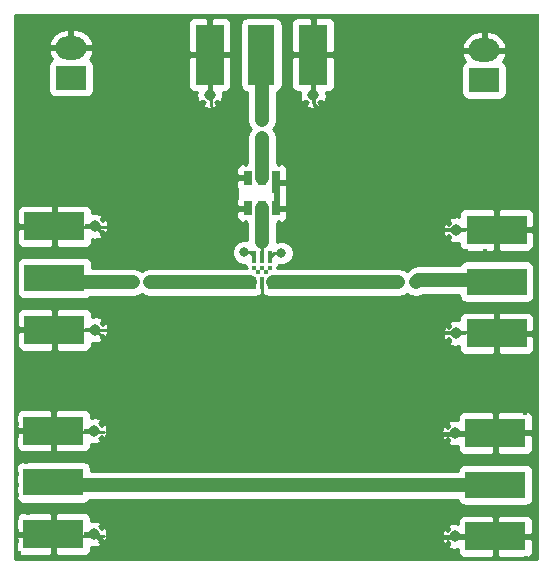
<source format=gtl>
%TF.GenerationSoftware,KiCad,Pcbnew,(2017-10-17 revision 537804b)-master*%
%TF.CreationDate,2018-09-04T11:21:01+02:00*%
%TF.ProjectId,rf_matching,72665F6D61746368696E672E6B696361,rev?*%
%TF.SameCoordinates,Original*%
%TF.FileFunction,Copper,L1,Top,Signal*%
%TF.FilePolarity,Positive*%
%FSLAX46Y46*%
G04 Gerber Fmt 4.6, Leading zero omitted, Abs format (unit mm)*
G04 Created by KiCad (PCBNEW (2017-10-17 revision 537804b)-master) date Tuesday, 04 September 2018 'AMt' 11:21:01*
%MOMM*%
%LPD*%
G01*
G04 APERTURE LIST*
%TA.AperFunction,SMDPad,CuDef*%
%ADD10R,0.750000X0.800000*%
%TD*%
%TA.AperFunction,SMDPad,CuDef*%
%ADD11R,0.800000X0.750000*%
%TD*%
%TA.AperFunction,ComponentPad*%
%ADD12R,2.600000X2.000000*%
%TD*%
%TA.AperFunction,ComponentPad*%
%ADD13O,2.600000X2.000000*%
%TD*%
%TA.AperFunction,SMDPad,CuDef*%
%ADD14R,0.300000X1.000000*%
%TD*%
%TA.AperFunction,SMDPad,CuDef*%
%ADD15R,0.650000X1.960000*%
%TD*%
%TA.AperFunction,SMDPad,CuDef*%
%ADD16R,0.650000X1.200000*%
%TD*%
%TA.AperFunction,SMDPad,CuDef*%
%ADD17R,5.080000X2.290000*%
%TD*%
%TA.AperFunction,SMDPad,CuDef*%
%ADD18R,5.080000X2.420000*%
%TD*%
%TA.AperFunction,ViaPad*%
%ADD19C,0.970000*%
%TD*%
%TA.AperFunction,Conductor*%
%ADD20R,0.890000X0.460000*%
%TD*%
%TA.AperFunction,SMDPad,CuDef*%
%ADD21R,2.290000X5.080000*%
%TD*%
%TA.AperFunction,SMDPad,CuDef*%
%ADD22R,2.420000X5.080000*%
%TD*%
%TA.AperFunction,Conductor*%
%ADD23R,0.460000X0.890000*%
%TD*%
%TA.AperFunction,ViaPad*%
%ADD24C,0.400000*%
%TD*%
%TA.AperFunction,ViaPad*%
%ADD25C,0.800000*%
%TD*%
%TA.AperFunction,Conductor*%
%ADD26C,1.209040*%
%TD*%
%TA.AperFunction,Conductor*%
%ADD27C,0.250000*%
%TD*%
%TA.AperFunction,Conductor*%
%ADD28C,0.254000*%
%TD*%
G04 APERTURE END LIST*
D10*
%TO.P,C1,2*%
%TO.N,Net-(C1-Pad2)*%
X165650000Y-82450000D03*
%TO.P,C1,1*%
%TO.N,Net-(C1-Pad1)*%
X165650000Y-80950000D03*
%TD*%
D11*
%TO.P,C2,1*%
%TO.N,Net-(C2-Pad1)*%
X156200000Y-94650000D03*
%TO.P,C2,2*%
%TO.N,Net-(C2-Pad2)*%
X154700000Y-94650000D03*
%TD*%
%TO.P,C3,2*%
%TO.N,Net-(C3-Pad2)*%
X178675000Y-94650000D03*
%TO.P,C3,1*%
%TO.N,Net-(C3-Pad1)*%
X177175000Y-94650000D03*
%TD*%
D12*
%TO.P,J3,1*%
%TO.N,Net-(J3-Pad1)*%
X184450000Y-77550000D03*
D13*
%TO.P,J3,2*%
%TO.N,GND*%
X184450000Y-75010000D03*
%TD*%
%TO.P,J5,2*%
%TO.N,GND*%
X149475000Y-74810000D03*
D12*
%TO.P,J5,1*%
%TO.N,Net-(J5-Pad1)*%
X149475000Y-77350000D03*
%TD*%
D14*
%TO.P,U1,1*%
%TO.N,Net-(C2-Pad1)*%
X165000000Y-94725000D03*
%TO.P,U1,2*%
%TO.N,GND*%
X165650000Y-94725000D03*
%TO.P,U1,3*%
%TO.N,Net-(C3-Pad1)*%
X166300000Y-94725000D03*
%TO.P,U1,4*%
%TO.N,Net-(R2-Pad2)*%
X166300000Y-92525000D03*
%TO.P,U1,5*%
%TO.N,Net-(U1-Pad5)*%
X165650000Y-92525000D03*
%TO.P,U1,6*%
%TO.N,Net-(R1-Pad1)*%
X165000000Y-92525000D03*
%TD*%
D15*
%TO.P,U2,1*%
%TO.N,GND*%
X166850000Y-86170000D03*
D16*
%TO.P,U2,2*%
%TO.N,Net-(C1-Pad2)*%
X165650000Y-85800000D03*
%TO.P,U2,3*%
%TO.N,GND*%
X164450000Y-85800000D03*
%TO.P,U2,4*%
X164450000Y-88400000D03*
%TO.P,U2,5*%
%TO.N,Net-(U1-Pad5)*%
X165650000Y-88400000D03*
%TO.P,U2,6*%
%TO.N,GND*%
X166850000Y-88400000D03*
%TD*%
D17*
%TO.P,J1,1*%
%TO.N,Net-(C2-Pad2)*%
X148080000Y-94300000D03*
D18*
%TO.P,J1,2*%
%TO.N,GND*%
X148080000Y-89920000D03*
X148080000Y-98680000D03*
D19*
%TD*%
%TO.N,GND*%
%TO.C,J1*%
X151520000Y-89920000D03*
%TO.N,GND*%
%TO.C,J1*%
X151520000Y-98680000D03*
D20*
X151070000Y-89920000D03*
X151070000Y-98680000D03*
%TD*%
%TO.N,GND*%
%TO.C,J2*%
X182530000Y-90220000D03*
X182530000Y-98980000D03*
D19*
X182080000Y-90220000D03*
X182080000Y-98980000D03*
D18*
%TD*%
%TO.P,J2,2*%
%TO.N,GND*%
X185520000Y-90220000D03*
%TO.P,J2,2*%
%TO.N,GND*%
X185520000Y-98980000D03*
D17*
%TO.P,J2,1*%
%TO.N,Net-(C3-Pad2)*%
X185520000Y-94600000D03*
%TD*%
D21*
%TO.P,J4,1*%
%TO.N,Net-(C1-Pad1)*%
X165600000Y-75380000D03*
D22*
%TO.P,J4,2*%
%TO.N,GND*%
X169980000Y-75380000D03*
X161220000Y-75380000D03*
D19*
%TD*%
%TO.N,GND*%
%TO.C,J4*%
X169980000Y-78820000D03*
%TO.N,GND*%
%TO.C,J4*%
X161220000Y-78820000D03*
D23*
X169980000Y-78370000D03*
X161220000Y-78370000D03*
%TD*%
D17*
%TO.P,J6,1*%
%TO.N,Net-(J6-Pad1)*%
X185420000Y-111800000D03*
D18*
%TO.P,J6,2*%
%TO.N,GND*%
X185420000Y-116180000D03*
X185420000Y-107420000D03*
D19*
%TD*%
%TO.N,GND*%
%TO.C,J6*%
X181980000Y-116180000D03*
%TO.N,GND*%
%TO.C,J6*%
X181980000Y-107420000D03*
D20*
X182430000Y-116180000D03*
X182430000Y-107420000D03*
%TD*%
%TO.N,GND*%
%TO.C,J7*%
X150970000Y-115980000D03*
X150970000Y-107220000D03*
D19*
X151420000Y-115980000D03*
X151420000Y-107220000D03*
D18*
%TD*%
%TO.P,J7,2*%
%TO.N,GND*%
X147980000Y-115980000D03*
%TO.P,J7,2*%
%TO.N,GND*%
X147980000Y-107220000D03*
D17*
%TO.P,J7,1*%
%TO.N,Net-(J6-Pad1)*%
X147980000Y-111600000D03*
%TD*%
D24*
%TO.N,GND*%
X185300000Y-118000000D03*
X182200000Y-118000000D03*
X181300000Y-118000000D03*
X149900000Y-91900000D03*
X149200000Y-91900000D03*
X148500000Y-91900000D03*
D25*
X169800000Y-88200000D03*
X169800000Y-86400000D03*
X169100000Y-84200000D03*
X168500000Y-82400000D03*
X168500000Y-80700000D03*
X162900000Y-80400000D03*
X162900000Y-82200000D03*
X161800000Y-84200000D03*
X162000000Y-86900000D03*
X179500000Y-116100000D03*
X177800000Y-114700000D03*
X175300000Y-114600000D03*
X172200000Y-114500000D03*
X169400000Y-114600000D03*
X166400000Y-114600000D03*
X163500000Y-114600000D03*
X160800000Y-114600000D03*
X158000000Y-114600000D03*
X155600000Y-114600000D03*
X154300000Y-115900000D03*
X179100000Y-107200000D03*
X176900000Y-108500000D03*
X174400000Y-108600000D03*
X171800000Y-108600000D03*
X169600000Y-108600000D03*
X167100000Y-108600000D03*
X164800000Y-108600000D03*
X162400000Y-108600000D03*
X159900000Y-108700000D03*
X157500000Y-108600000D03*
X155200000Y-108200000D03*
X154100000Y-106400000D03*
X178500000Y-99500000D03*
X154300000Y-99700000D03*
X154700000Y-89800000D03*
X179000000Y-90700000D03*
X177300000Y-91600000D03*
X174400000Y-91600000D03*
X171900000Y-91600000D03*
X169300000Y-91600000D03*
X160600000Y-91700000D03*
X157900000Y-91700000D03*
X155200000Y-91700000D03*
X177300000Y-97600000D03*
X174600000Y-97600000D03*
X171900000Y-97600000D03*
X169000000Y-97600000D03*
X166200000Y-97600000D03*
X163400000Y-97600000D03*
X160700000Y-97600000D03*
X157900000Y-97600000D03*
X155300000Y-97600000D03*
X151700000Y-73100000D03*
X146000000Y-78900000D03*
X150500000Y-79500000D03*
X147200000Y-79200000D03*
X152100000Y-76900000D03*
X152100000Y-74900000D03*
X146500000Y-80200000D03*
X181600000Y-73100000D03*
X188000000Y-79800000D03*
X185600000Y-79800000D03*
X183300000Y-79800000D03*
X181300000Y-77200000D03*
X181300000Y-74500000D03*
X186800000Y-80900000D03*
X184200000Y-80900000D03*
X182100000Y-80900000D03*
X179900000Y-78300000D03*
X179900000Y-75700000D03*
X179900000Y-73800000D03*
X153100000Y-74000000D03*
X153100000Y-75600000D03*
X153100000Y-78000000D03*
X151500000Y-80300000D03*
X149600000Y-80200000D03*
X148000000Y-80200000D03*
D24*
X180000000Y-105700000D03*
X180600000Y-105500000D03*
X181300000Y-105500000D03*
X182000000Y-105500000D03*
X182600000Y-105500000D03*
X183300000Y-105500000D03*
X184000000Y-105500000D03*
X184600000Y-105500000D03*
X185200000Y-105500000D03*
X185800000Y-105500000D03*
X186600000Y-105500000D03*
X187200000Y-105500000D03*
X187900000Y-105700000D03*
X188500000Y-105600000D03*
X188200000Y-110000000D03*
X187400000Y-110000000D03*
X186600000Y-110000000D03*
X186000000Y-110000000D03*
X185300000Y-110000000D03*
X184600000Y-110000000D03*
X183900000Y-110000000D03*
X183200000Y-110000000D03*
X182500000Y-110000000D03*
X181800000Y-110000000D03*
X188000000Y-114400000D03*
X188100000Y-113900000D03*
X187400000Y-113900000D03*
X187200000Y-114400000D03*
X188200000Y-109500000D03*
X187600000Y-109500000D03*
X186900000Y-109600000D03*
X186300000Y-109600000D03*
X185600000Y-109600000D03*
X184900000Y-109600000D03*
X184200000Y-109600000D03*
X183500000Y-109600000D03*
X182800000Y-109600000D03*
X182100000Y-109600000D03*
X181500000Y-109600000D03*
X186400000Y-114400000D03*
X185600000Y-114400000D03*
X184900000Y-114400000D03*
X184100000Y-114400000D03*
X183300000Y-114400000D03*
X182300000Y-114400000D03*
X186700000Y-114000000D03*
X186000000Y-114000000D03*
X185200000Y-114000000D03*
X184500000Y-114000000D03*
X183700000Y-114000000D03*
X182800000Y-114000000D03*
X181900000Y-114000000D03*
X181000000Y-113800000D03*
X180200000Y-113300000D03*
X179400000Y-113300000D03*
X178400000Y-113300000D03*
X177400000Y-113300000D03*
X176400000Y-113300000D03*
X175600000Y-113300000D03*
X174700000Y-113300000D03*
X173800000Y-113300000D03*
X172900000Y-113300000D03*
X171900000Y-113300000D03*
X170900000Y-113300000D03*
X169800000Y-113300000D03*
X168900000Y-113300000D03*
X168000000Y-113300000D03*
X167100000Y-113300000D03*
X166100000Y-113300000D03*
X165100000Y-113300000D03*
X164200000Y-113300000D03*
X163400000Y-113300000D03*
X162500000Y-113300000D03*
X161700000Y-113300000D03*
X161000000Y-113300000D03*
X160200000Y-113300000D03*
X159400000Y-113300000D03*
X158400000Y-113300000D03*
X157500000Y-113300000D03*
X156800000Y-113300000D03*
X156100000Y-113300000D03*
X155200000Y-113300000D03*
X154400000Y-113300000D03*
X153700000Y-113300000D03*
X153000000Y-113300000D03*
X152400000Y-113300000D03*
X180600000Y-110100000D03*
X181000000Y-109900000D03*
X179800000Y-110200000D03*
X178900000Y-110200000D03*
X178100000Y-110200000D03*
X177200000Y-110200000D03*
X176300000Y-110200000D03*
X175500000Y-110200000D03*
X174500000Y-110200000D03*
X173600000Y-110200000D03*
X172500000Y-110200000D03*
X171600000Y-110200000D03*
X170700000Y-110200000D03*
X169700000Y-110200000D03*
X168800000Y-110200000D03*
X167800000Y-110200000D03*
X166900000Y-110200000D03*
X166000000Y-110200000D03*
X165100000Y-110200000D03*
X164300000Y-110200000D03*
X163300000Y-110200000D03*
X162400000Y-110200000D03*
X161500000Y-110200000D03*
X160700000Y-110200000D03*
X159900000Y-110200000D03*
X159100000Y-110200000D03*
X158100000Y-110200000D03*
X157100000Y-110200000D03*
X156000000Y-110200000D03*
X155100000Y-110200000D03*
X154200000Y-110200000D03*
X153500000Y-110200000D03*
X152800000Y-110200000D03*
X152100000Y-110100000D03*
X182900000Y-92000000D03*
X184500000Y-92000000D03*
X187100000Y-96900000D03*
X186300000Y-96900000D03*
X185400000Y-96900000D03*
X184600000Y-96900000D03*
X183900000Y-96900000D03*
X183100000Y-96900000D03*
X182400000Y-96900000D03*
X185400000Y-92100000D03*
X182100000Y-92000000D03*
X179600000Y-101000000D03*
X180400000Y-100600000D03*
X181000000Y-101100000D03*
X182200000Y-101100000D03*
X183100000Y-101100000D03*
X184000000Y-101100000D03*
X184900000Y-101100000D03*
X185900000Y-101100000D03*
X187000000Y-101100000D03*
X188000000Y-101100000D03*
X179600000Y-88400000D03*
X180500000Y-88400000D03*
X181400000Y-88000000D03*
X182100000Y-87900000D03*
X182600000Y-87900000D03*
X183400000Y-87900000D03*
X184300000Y-87900000D03*
X185100000Y-87900000D03*
X185800000Y-87900000D03*
X186400000Y-87900000D03*
X188000000Y-96800000D03*
X188100000Y-92300000D03*
X187900000Y-87900000D03*
X187100000Y-87900000D03*
X152500000Y-87300000D03*
X151700000Y-87300000D03*
X150800000Y-87300000D03*
X150100000Y-87300000D03*
X149200000Y-87300000D03*
X148500000Y-87300000D03*
X147700000Y-87300000D03*
X146800000Y-87300000D03*
X145400000Y-87300000D03*
X146000000Y-87300000D03*
X152600000Y-87800000D03*
X152000000Y-87800000D03*
X151200000Y-87800000D03*
X150400000Y-87800000D03*
X149600000Y-87800000D03*
X148800000Y-87800000D03*
X147900000Y-87800000D03*
X147200000Y-87800000D03*
X146400000Y-87900000D03*
X145600000Y-87900000D03*
X152000000Y-91700000D03*
X151400000Y-91900000D03*
X150700000Y-91900000D03*
X147800000Y-91900000D03*
X147100000Y-91900000D03*
X146100000Y-91900000D03*
X145500000Y-91900000D03*
X145600000Y-92400000D03*
X152300000Y-101300000D03*
X151500000Y-101300000D03*
X150700000Y-101300000D03*
X149900000Y-101300000D03*
X149000000Y-101300000D03*
X148200000Y-101300000D03*
X147500000Y-101300000D03*
X146700000Y-101300000D03*
X145900000Y-101400000D03*
X151800000Y-100700000D03*
X151100000Y-100700000D03*
X150300000Y-100700000D03*
X149400000Y-100700000D03*
X148600000Y-100700000D03*
X147900000Y-100700000D03*
X147100000Y-100700000D03*
X146300000Y-100700000D03*
X145600000Y-100700000D03*
X145500000Y-96800000D03*
X145900000Y-96300000D03*
X146100000Y-96800000D03*
X151800000Y-96800000D03*
X150800000Y-96800000D03*
X150100000Y-96800000D03*
X149300000Y-96800000D03*
X148600000Y-96800000D03*
X147900000Y-96800000D03*
X147100000Y-96800000D03*
X151600000Y-114100000D03*
X150800000Y-114100000D03*
X150100000Y-114100000D03*
X149400000Y-114100000D03*
X148800000Y-114100000D03*
X148000000Y-114100000D03*
X147300000Y-114100000D03*
X146600000Y-114100000D03*
X145800000Y-114200000D03*
X151800000Y-113600000D03*
X151200000Y-113600000D03*
X150400000Y-113600000D03*
X149800000Y-113600000D03*
X149200000Y-113600000D03*
X148300000Y-113600000D03*
X147700000Y-113600000D03*
X146900000Y-113600000D03*
X146200000Y-113600000D03*
X151200000Y-109800000D03*
X150500000Y-109800000D03*
X149400000Y-109800000D03*
X147800000Y-109800000D03*
X148600000Y-109800000D03*
X147100000Y-109800000D03*
X146400000Y-109800000D03*
X145700000Y-109900000D03*
X145500000Y-113600000D03*
X152000000Y-109400000D03*
X151500000Y-109400000D03*
X150800000Y-109400000D03*
X150200000Y-109400000D03*
X149600000Y-109400000D03*
X148900000Y-109400000D03*
X148100000Y-109400000D03*
X147400000Y-109400000D03*
X146700000Y-109400000D03*
X146100000Y-109400000D03*
X145500000Y-109400000D03*
X145200000Y-105200000D03*
X151800000Y-105200000D03*
X151200000Y-105200000D03*
X150700000Y-105200000D03*
X150000000Y-105200000D03*
X149300000Y-105200000D03*
X148600000Y-105200000D03*
X147900000Y-105200000D03*
X147200000Y-105200000D03*
X146500000Y-105200000D03*
X145900000Y-105200000D03*
X168100000Y-73500000D03*
X168100000Y-74300000D03*
X168100000Y-74800000D03*
X168100000Y-75500000D03*
X168100000Y-76200000D03*
X168100000Y-77000000D03*
X168100000Y-77800000D03*
X168100000Y-78500000D03*
X163300000Y-72800000D03*
X163300000Y-73500000D03*
X163300000Y-74400000D03*
X163300000Y-75100000D03*
X163300000Y-75800000D03*
X163300000Y-76400000D03*
X163300000Y-77100000D03*
X163300000Y-77800000D03*
X163300000Y-78500000D03*
X172300000Y-73400000D03*
X172300000Y-74300000D03*
X172300000Y-75100000D03*
X172300000Y-76100000D03*
X172300000Y-76600000D03*
X172300000Y-77300000D03*
X172300000Y-78300000D03*
X172300000Y-79000000D03*
X159100000Y-72900000D03*
X159100000Y-73500000D03*
X159100000Y-74400000D03*
X159100000Y-75100000D03*
X159100000Y-75800000D03*
X159100000Y-76300000D03*
X159100000Y-76900000D03*
X159100000Y-77600000D03*
X159100000Y-78200000D03*
X159100000Y-79000000D03*
X145700000Y-72100000D03*
X146500000Y-72100000D03*
X147300000Y-72100000D03*
X148400000Y-72100000D03*
X149400000Y-72100000D03*
X150200000Y-72100000D03*
X150900000Y-72100000D03*
X152000000Y-72100000D03*
X153100000Y-72100000D03*
X154300000Y-72100000D03*
X155300000Y-72100000D03*
X156300000Y-72100000D03*
X157200000Y-72100000D03*
X158300000Y-72100000D03*
X159200000Y-72100000D03*
X160100000Y-72100000D03*
X161000000Y-72100000D03*
X161900000Y-72100000D03*
X162800000Y-72100000D03*
X163700000Y-72100000D03*
X164600000Y-72100000D03*
X165400000Y-72100000D03*
X166500000Y-72100000D03*
X167500000Y-72100000D03*
X168400000Y-72100000D03*
X169300000Y-72100000D03*
X170400000Y-72100000D03*
X171300000Y-72100000D03*
X172300000Y-72100000D03*
X173200000Y-72100000D03*
X174100000Y-72100000D03*
X175000000Y-72100000D03*
X175900000Y-72100000D03*
X176800000Y-72100000D03*
X177900000Y-72100000D03*
X178800000Y-72100000D03*
X179600000Y-72100000D03*
X180400000Y-72100000D03*
X181200000Y-72100000D03*
X182000000Y-72100000D03*
X182800000Y-72100000D03*
X183700000Y-72100000D03*
X184500000Y-72100000D03*
X185400000Y-72100000D03*
X186300000Y-72100000D03*
X187200000Y-72100000D03*
X188100000Y-72100000D03*
X188900000Y-72100000D03*
X188900000Y-72800000D03*
X188900000Y-73500000D03*
X188900000Y-74200000D03*
X188900000Y-75000000D03*
X188900000Y-75800000D03*
X188900000Y-76600000D03*
X188900000Y-77400000D03*
X188900000Y-78200000D03*
X188900000Y-79200000D03*
X188900000Y-79900000D03*
X188900000Y-80900000D03*
X188900000Y-81800000D03*
X188900000Y-82700000D03*
X188900000Y-83700000D03*
X188900000Y-84800000D03*
X188900000Y-85400000D03*
X188900000Y-86300000D03*
X188900000Y-87200000D03*
X188900000Y-88300000D03*
X188900000Y-89400000D03*
X188900000Y-90300000D03*
X188900000Y-91200000D03*
X188900000Y-92100000D03*
X188900000Y-93000000D03*
X188900000Y-93700000D03*
X188900000Y-94500000D03*
X188900000Y-95300000D03*
X188900000Y-96100000D03*
X188900000Y-97000000D03*
X188900000Y-98000000D03*
X188900000Y-98900000D03*
X188900000Y-99800000D03*
X188900000Y-100700000D03*
X188900000Y-101600000D03*
X188900000Y-102500000D03*
X188900000Y-103300000D03*
X188900000Y-104200000D03*
X188900000Y-105200000D03*
X188900000Y-106100000D03*
X188900000Y-106900000D03*
X188900000Y-107900000D03*
X188900000Y-108800000D03*
X188900000Y-109800000D03*
X188900000Y-110700000D03*
X188900000Y-111700000D03*
X188900000Y-112500000D03*
X188900000Y-113400000D03*
X188900000Y-114600000D03*
X188900000Y-115600000D03*
X188900000Y-116400000D03*
X188900000Y-117200000D03*
X188900000Y-118000000D03*
X188000000Y-118000000D03*
X180300000Y-118000000D03*
X179100000Y-118000000D03*
X178100000Y-118000000D03*
X177100000Y-118000000D03*
X175900000Y-118000000D03*
X174800000Y-118000000D03*
X173600000Y-118000000D03*
X172300000Y-118000000D03*
X171100000Y-118000000D03*
X169800000Y-118000000D03*
X168500000Y-118000000D03*
X167400000Y-118000000D03*
X166100000Y-118000000D03*
X165000000Y-118000000D03*
X164000000Y-118000000D03*
X162800000Y-118000000D03*
X161700000Y-118000000D03*
X160700000Y-118000000D03*
X159500000Y-118000000D03*
X158400000Y-118000000D03*
X157300000Y-118000000D03*
X156100000Y-118000000D03*
X155100000Y-118000000D03*
X154200000Y-118000000D03*
X153200000Y-118000000D03*
X152200000Y-118000000D03*
X151400000Y-118000000D03*
X150300000Y-118000000D03*
X149400000Y-118000000D03*
X148200000Y-118000000D03*
X147200000Y-118000000D03*
X146100000Y-118000000D03*
X145100000Y-117600000D03*
X144900000Y-116600000D03*
X144900000Y-115700000D03*
X144900000Y-114600000D03*
X144900000Y-113600000D03*
X144900000Y-112700000D03*
X144900000Y-111800000D03*
X144900000Y-110900000D03*
X144900000Y-109900000D03*
X144900000Y-108800000D03*
X144900000Y-107700000D03*
X144900000Y-106700000D03*
X144900000Y-105800000D03*
X144900000Y-104800000D03*
X144900000Y-103800000D03*
X144900000Y-102800000D03*
X144900000Y-101900000D03*
X144900000Y-100900000D03*
X144900000Y-100000000D03*
X144900000Y-99100000D03*
X144900000Y-98200000D03*
X144900000Y-97200000D03*
X144900000Y-96400000D03*
X144900000Y-95400000D03*
X144900000Y-94400000D03*
X144900000Y-93500000D03*
X144900000Y-92500000D03*
X144900000Y-91600000D03*
X144900000Y-90700000D03*
X144900000Y-89800000D03*
X144900000Y-89000000D03*
X144900000Y-87900000D03*
X144900000Y-86900000D03*
X144900000Y-85900000D03*
X144900000Y-84900000D03*
X144900000Y-83900000D03*
X144900000Y-83000000D03*
X144900000Y-82100000D03*
X144900000Y-81200000D03*
X144900000Y-80200000D03*
X144900000Y-79200000D03*
X144900000Y-78400000D03*
X144900000Y-77300000D03*
X144900000Y-76300000D03*
X144900000Y-75200000D03*
X144900000Y-74200000D03*
X144900000Y-73200000D03*
X144900000Y-72300000D03*
X167700000Y-73400000D03*
X167700000Y-73900000D03*
X167700000Y-74500000D03*
X167700000Y-75200000D03*
X167700000Y-75900000D03*
X167700000Y-76600000D03*
X167700000Y-77400000D03*
X167700000Y-78100000D03*
X167700000Y-78800000D03*
X167500000Y-79400000D03*
X167100000Y-79800000D03*
X167100000Y-80400000D03*
X167100000Y-81100000D03*
X166900000Y-81700000D03*
X167100000Y-82100000D03*
X167100000Y-82800000D03*
X167100000Y-83400000D03*
X167100000Y-84200000D03*
X167600000Y-84400000D03*
X168000000Y-84900000D03*
X168000000Y-85600000D03*
X168000000Y-86300000D03*
X168000000Y-87000000D03*
X168000000Y-87600000D03*
X168000000Y-88300000D03*
X168000000Y-89000000D03*
X167700000Y-89600000D03*
X167100000Y-89800000D03*
X167100000Y-90400000D03*
X167100000Y-90900000D03*
X164200000Y-90600000D03*
X164100000Y-90100000D03*
X163500000Y-89700000D03*
X163300000Y-89000000D03*
X163300000Y-88300000D03*
X163300000Y-87700000D03*
X163200000Y-87000000D03*
X163300000Y-86200000D03*
X163300000Y-85500000D03*
X163300000Y-84800000D03*
X163800000Y-84400000D03*
X164100000Y-83800000D03*
X164100000Y-83100000D03*
X164100000Y-82500000D03*
X164400000Y-81700000D03*
X164200000Y-80900000D03*
X164200000Y-80200000D03*
X164100000Y-79500000D03*
X163800000Y-78900000D03*
X163800000Y-78200000D03*
X163800000Y-77500000D03*
X163800000Y-76800000D03*
X163800000Y-76100000D03*
X163800000Y-75400000D03*
X163800000Y-74700000D03*
X163800000Y-74100000D03*
X163800000Y-73600000D03*
X187400000Y-92400000D03*
X186700000Y-92400000D03*
X186000000Y-92400000D03*
X184900000Y-92400000D03*
X184200000Y-92400000D03*
X183600000Y-92400000D03*
X183100000Y-92400000D03*
X182400000Y-92400000D03*
X181700000Y-92400000D03*
X181200000Y-92800000D03*
X180600000Y-93000000D03*
X179900000Y-93000000D03*
X179200000Y-93000000D03*
X178500000Y-93100000D03*
X177800000Y-93300000D03*
X177000000Y-93200000D03*
X176300000Y-93200000D03*
X175400000Y-93200000D03*
X174600000Y-93200000D03*
X173900000Y-93200000D03*
X173200000Y-93200000D03*
X172500000Y-93200000D03*
X171800000Y-93200000D03*
X171100000Y-93200000D03*
X170400000Y-93200000D03*
X169600000Y-93200000D03*
X168900000Y-93200000D03*
X168200000Y-93200000D03*
X167500000Y-93300000D03*
X163700000Y-93200000D03*
X163000000Y-93200000D03*
X162200000Y-93200000D03*
X161500000Y-93200000D03*
X160800000Y-93200000D03*
X160100000Y-93200000D03*
X159400000Y-93200000D03*
X158600000Y-93200000D03*
X157900000Y-93200000D03*
X157100000Y-93200000D03*
X156500000Y-93200000D03*
X156000000Y-93200000D03*
X155400000Y-93400000D03*
X154900000Y-93200000D03*
X154200000Y-93200000D03*
X153500000Y-93200000D03*
X152800000Y-93200000D03*
X152300000Y-92800000D03*
X151700000Y-92400000D03*
X151000000Y-92400000D03*
X150300000Y-92400000D03*
X149500000Y-92400000D03*
X148800000Y-92400000D03*
X148100000Y-92400000D03*
X147400000Y-92400000D03*
X146700000Y-92400000D03*
X187400000Y-96500000D03*
X186500000Y-96500000D03*
X185800000Y-96500000D03*
X185000000Y-96500000D03*
X184200000Y-96500000D03*
X183400000Y-96500000D03*
X182700000Y-96500000D03*
X182000000Y-96500000D03*
X181300000Y-96400000D03*
X180700000Y-96000000D03*
X179900000Y-96000000D03*
X179300000Y-96100000D03*
X178600000Y-96100000D03*
X178000000Y-95900000D03*
X177500000Y-96100000D03*
X176600000Y-96100000D03*
X175700000Y-96100000D03*
X174700000Y-96100000D03*
X173700000Y-96100000D03*
X172900000Y-96100000D03*
X172000000Y-96100000D03*
X171100000Y-96100000D03*
X170300000Y-96100000D03*
X169500000Y-96100000D03*
X168600000Y-96100000D03*
X167800000Y-96100000D03*
X167000000Y-96100000D03*
X146700000Y-96300000D03*
X147500000Y-96300000D03*
X148200000Y-96300000D03*
X148900000Y-96300000D03*
X149700000Y-96300000D03*
X150500000Y-96300000D03*
X151300000Y-96300000D03*
X152100000Y-96200000D03*
X152800000Y-96100000D03*
X153600000Y-96100000D03*
X154400000Y-96100000D03*
X155100000Y-96000000D03*
X155700000Y-96000000D03*
X156500000Y-96100000D03*
X157400000Y-96100000D03*
X158300000Y-96100000D03*
X159200000Y-96100000D03*
X160100000Y-96100000D03*
X161000000Y-96100000D03*
X161800000Y-96100000D03*
X162600000Y-96100000D03*
X163400000Y-96100000D03*
X164200000Y-96100000D03*
X165325000Y-93800000D03*
X165975000Y-93800000D03*
X166300000Y-93450000D03*
X165000000Y-93475000D03*
X165650000Y-95925000D03*
X166225000Y-96075000D03*
X165075000Y-96100000D03*
X165650000Y-93450000D03*
D25*
%TO.N,Net-(R1-Pad1)*%
X164150000Y-92125000D03*
%TO.N,Net-(R2-Pad2)*%
X167300000Y-92175000D03*
%TD*%
D26*
%TO.N,Net-(C1-Pad2)*%
X165650000Y-85800000D02*
X165650000Y-82450000D01*
%TO.N,Net-(C1-Pad1)*%
X165650000Y-80950000D02*
X165650000Y-75230000D01*
D27*
%TO.N,Net-(C2-Pad1)*%
X164675000Y-94650000D02*
X164925000Y-94650000D01*
X164925000Y-94650000D02*
X165000000Y-94725000D01*
D26*
X164050000Y-94650000D02*
X164675000Y-94650000D01*
X156200000Y-94650000D02*
X164050000Y-94650000D01*
%TO.N,Net-(C2-Pad2)*%
X148655000Y-94650000D02*
X154700000Y-94650000D01*
%TO.N,Net-(C3-Pad2)*%
X184970000Y-94475000D02*
X178850000Y-94475000D01*
X178850000Y-94475000D02*
X178675000Y-94650000D01*
D27*
%TO.N,Net-(C3-Pad1)*%
X166300000Y-94725000D02*
X166529521Y-94725000D01*
X166529521Y-94725000D02*
X166604521Y-94650000D01*
D26*
X177175000Y-94650000D02*
X166604521Y-94650000D01*
D27*
%TO.N,GND*%
X169980000Y-78820000D02*
X169980000Y-79505893D01*
X169980000Y-79505893D02*
X170674107Y-80200000D01*
X151420000Y-115980000D02*
X151904999Y-116464999D01*
X151904999Y-116464999D02*
X151904999Y-116504999D01*
X151520000Y-98680000D02*
X152004999Y-99164999D01*
X152004999Y-99164999D02*
X152004999Y-99304999D01*
X151520000Y-89920000D02*
X152004999Y-90404999D01*
X152004999Y-90404999D02*
X152204999Y-90404999D01*
X181980000Y-116180000D02*
X180220000Y-116180000D01*
X181980000Y-107420000D02*
X180720000Y-107420000D01*
X182080000Y-90220000D02*
X180620000Y-90220000D01*
X182080000Y-90220000D02*
X181394107Y-90220000D01*
X181394107Y-90220000D02*
X181374107Y-90200000D01*
X182080000Y-98980000D02*
X180580000Y-98980000D01*
X165650000Y-94725000D02*
X165650000Y-96700000D01*
X161320000Y-76255000D02*
X161320000Y-79045000D01*
X161320000Y-79045000D02*
X161320000Y-79695000D01*
X170080000Y-76255000D02*
X170080000Y-79695000D01*
X184395000Y-90120000D02*
X180955000Y-90120000D01*
X184395000Y-98880000D02*
X180955000Y-98880000D01*
X184245000Y-107570000D02*
X180805000Y-107570000D01*
X184245000Y-116330000D02*
X180805000Y-116330000D01*
X148830000Y-116130000D02*
X152270000Y-116130000D01*
X148830000Y-107370000D02*
X151620000Y-107370000D01*
X151620000Y-107370000D02*
X152270000Y-107370000D01*
X149005000Y-98730000D02*
X152445000Y-98730000D01*
X149005000Y-89970000D02*
X152445000Y-89970000D01*
D26*
%TO.N,Net-(J6-Pad1)*%
X148755000Y-111850000D02*
X184970000Y-111850000D01*
D27*
%TO.N,Net-(R1-Pad1)*%
X164150000Y-92125000D02*
X164600000Y-92125000D01*
X164600000Y-92125000D02*
X165000000Y-92525000D01*
%TO.N,Net-(R2-Pad2)*%
X167300000Y-92175000D02*
X166650000Y-92175000D01*
X166650000Y-92175000D02*
X166300000Y-92525000D01*
%TO.N,Net-(U1-Pad5)*%
X165650000Y-92525000D02*
X165650000Y-91220479D01*
D26*
X165650000Y-90209040D02*
X165650000Y-91220479D01*
X165650000Y-88400000D02*
X165650000Y-90209040D01*
%TD*%
D28*
%TO.N,GND*%
G36*
X188940000Y-118065000D02*
X144710000Y-118065000D01*
X144710000Y-116265750D01*
X144805000Y-116265750D01*
X144805000Y-117316310D01*
X144901673Y-117549699D01*
X145080302Y-117728327D01*
X145313691Y-117825000D01*
X147694250Y-117825000D01*
X147853000Y-117666250D01*
X147853000Y-116107000D01*
X144963750Y-116107000D01*
X144805000Y-116265750D01*
X144710000Y-116265750D01*
X144710000Y-114643690D01*
X144805000Y-114643690D01*
X144805000Y-115694250D01*
X144963750Y-115853000D01*
X147853000Y-115853000D01*
X147853000Y-114293750D01*
X148107000Y-114293750D01*
X148107000Y-115853000D01*
X148127000Y-115853000D01*
X148127000Y-116107000D01*
X148107000Y-116107000D01*
X148107000Y-117666250D01*
X148265750Y-117825000D01*
X150646309Y-117825000D01*
X150879698Y-117728327D01*
X151058327Y-117549699D01*
X151155000Y-117316310D01*
X151155000Y-117072129D01*
X151278564Y-117113149D01*
X151722968Y-117081018D01*
X151984308Y-116972768D01*
X152019595Y-116759200D01*
X151891710Y-116631315D01*
X151953327Y-116569699D01*
X152022443Y-116402838D01*
X152199200Y-116579595D01*
X152412768Y-116544308D01*
X152553149Y-116121436D01*
X152547158Y-116038564D01*
X180846851Y-116038564D01*
X180878982Y-116482968D01*
X180987232Y-116744308D01*
X181200800Y-116779595D01*
X181377557Y-116602838D01*
X181446673Y-116769699D01*
X181508290Y-116831315D01*
X181380405Y-116959200D01*
X181415692Y-117172768D01*
X181838564Y-117313149D01*
X182245000Y-117283763D01*
X182245000Y-117516310D01*
X182341673Y-117749699D01*
X182520302Y-117928327D01*
X182753691Y-118025000D01*
X185134250Y-118025000D01*
X185293000Y-117866250D01*
X185293000Y-116307000D01*
X185547000Y-116307000D01*
X185547000Y-117866250D01*
X185705750Y-118025000D01*
X188086309Y-118025000D01*
X188319698Y-117928327D01*
X188498327Y-117749699D01*
X188595000Y-117516310D01*
X188595000Y-116465750D01*
X188436250Y-116307000D01*
X185547000Y-116307000D01*
X185293000Y-116307000D01*
X185273000Y-116307000D01*
X185273000Y-116053000D01*
X185293000Y-116053000D01*
X185293000Y-114493750D01*
X185547000Y-114493750D01*
X185547000Y-116053000D01*
X188436250Y-116053000D01*
X188595000Y-115894250D01*
X188595000Y-114843690D01*
X188498327Y-114610301D01*
X188319698Y-114431673D01*
X188086309Y-114335000D01*
X185705750Y-114335000D01*
X185547000Y-114493750D01*
X185293000Y-114493750D01*
X185134250Y-114335000D01*
X182753691Y-114335000D01*
X182520302Y-114431673D01*
X182341673Y-114610301D01*
X182245000Y-114843690D01*
X182245000Y-115087871D01*
X182121436Y-115046851D01*
X181677032Y-115078982D01*
X181415692Y-115187232D01*
X181380405Y-115400800D01*
X181508290Y-115528685D01*
X181446673Y-115590301D01*
X181377557Y-115757162D01*
X181200800Y-115580405D01*
X180987232Y-115615692D01*
X180846851Y-116038564D01*
X152547158Y-116038564D01*
X152521018Y-115677032D01*
X152412768Y-115415692D01*
X152199200Y-115380405D01*
X152022443Y-115557162D01*
X151953327Y-115390301D01*
X151891710Y-115328685D01*
X152019595Y-115200800D01*
X151984308Y-114987232D01*
X151561436Y-114846851D01*
X151155000Y-114876237D01*
X151155000Y-114643690D01*
X151058327Y-114410301D01*
X150879698Y-114231673D01*
X150646309Y-114135000D01*
X148265750Y-114135000D01*
X148107000Y-114293750D01*
X147853000Y-114293750D01*
X147694250Y-114135000D01*
X145313691Y-114135000D01*
X145080302Y-114231673D01*
X144901673Y-114410301D01*
X144805000Y-114643690D01*
X144710000Y-114643690D01*
X144710000Y-110455000D01*
X144792560Y-110455000D01*
X144792560Y-112745000D01*
X144841843Y-112992765D01*
X144982191Y-113202809D01*
X145192235Y-113343157D01*
X145440000Y-113392440D01*
X150520000Y-113392440D01*
X150767765Y-113343157D01*
X150977809Y-113202809D01*
X151053507Y-113089520D01*
X182261307Y-113089520D01*
X182281843Y-113192765D01*
X182422191Y-113402809D01*
X182632235Y-113543157D01*
X182880000Y-113592440D01*
X187960000Y-113592440D01*
X188207765Y-113543157D01*
X188417809Y-113402809D01*
X188558157Y-113192765D01*
X188607440Y-112945000D01*
X188607440Y-110655000D01*
X188558157Y-110407235D01*
X188417809Y-110197191D01*
X188207765Y-110056843D01*
X187960000Y-110007560D01*
X182880000Y-110007560D01*
X182632235Y-110056843D01*
X182422191Y-110197191D01*
X182281843Y-110407235D01*
X182241415Y-110610480D01*
X151167440Y-110610480D01*
X151167440Y-110455000D01*
X151118157Y-110207235D01*
X150977809Y-109997191D01*
X150767765Y-109856843D01*
X150520000Y-109807560D01*
X145440000Y-109807560D01*
X145192235Y-109856843D01*
X144982191Y-109997191D01*
X144841843Y-110207235D01*
X144792560Y-110455000D01*
X144710000Y-110455000D01*
X144710000Y-107505750D01*
X144805000Y-107505750D01*
X144805000Y-108556310D01*
X144901673Y-108789699D01*
X145080302Y-108968327D01*
X145313691Y-109065000D01*
X147694250Y-109065000D01*
X147853000Y-108906250D01*
X147853000Y-107347000D01*
X144963750Y-107347000D01*
X144805000Y-107505750D01*
X144710000Y-107505750D01*
X144710000Y-105883690D01*
X144805000Y-105883690D01*
X144805000Y-106934250D01*
X144963750Y-107093000D01*
X147853000Y-107093000D01*
X147853000Y-105533750D01*
X148107000Y-105533750D01*
X148107000Y-107093000D01*
X148127000Y-107093000D01*
X148127000Y-107347000D01*
X148107000Y-107347000D01*
X148107000Y-108906250D01*
X148265750Y-109065000D01*
X150646309Y-109065000D01*
X150879698Y-108968327D01*
X151058327Y-108789699D01*
X151155000Y-108556310D01*
X151155000Y-108312129D01*
X151278564Y-108353149D01*
X151722968Y-108321018D01*
X151984308Y-108212768D01*
X152019595Y-107999200D01*
X151891710Y-107871315D01*
X151953327Y-107809699D01*
X152022443Y-107642838D01*
X152199200Y-107819595D01*
X152412768Y-107784308D01*
X152553149Y-107361436D01*
X152547158Y-107278564D01*
X180846851Y-107278564D01*
X180878982Y-107722968D01*
X180987232Y-107984308D01*
X181200800Y-108019595D01*
X181377557Y-107842838D01*
X181446673Y-108009699D01*
X181508290Y-108071315D01*
X181380405Y-108199200D01*
X181415692Y-108412768D01*
X181838564Y-108553149D01*
X182245000Y-108523763D01*
X182245000Y-108756310D01*
X182341673Y-108989699D01*
X182520302Y-109168327D01*
X182753691Y-109265000D01*
X185134250Y-109265000D01*
X185293000Y-109106250D01*
X185293000Y-107547000D01*
X185547000Y-107547000D01*
X185547000Y-109106250D01*
X185705750Y-109265000D01*
X188086309Y-109265000D01*
X188319698Y-109168327D01*
X188498327Y-108989699D01*
X188595000Y-108756310D01*
X188595000Y-107705750D01*
X188436250Y-107547000D01*
X185547000Y-107547000D01*
X185293000Y-107547000D01*
X185273000Y-107547000D01*
X185273000Y-107293000D01*
X185293000Y-107293000D01*
X185293000Y-105733750D01*
X185547000Y-105733750D01*
X185547000Y-107293000D01*
X188436250Y-107293000D01*
X188595000Y-107134250D01*
X188595000Y-106083690D01*
X188498327Y-105850301D01*
X188319698Y-105671673D01*
X188086309Y-105575000D01*
X185705750Y-105575000D01*
X185547000Y-105733750D01*
X185293000Y-105733750D01*
X185134250Y-105575000D01*
X182753691Y-105575000D01*
X182520302Y-105671673D01*
X182341673Y-105850301D01*
X182245000Y-106083690D01*
X182245000Y-106327871D01*
X182121436Y-106286851D01*
X181677032Y-106318982D01*
X181415692Y-106427232D01*
X181380405Y-106640800D01*
X181508290Y-106768685D01*
X181446673Y-106830301D01*
X181377557Y-106997162D01*
X181200800Y-106820405D01*
X180987232Y-106855692D01*
X180846851Y-107278564D01*
X152547158Y-107278564D01*
X152521018Y-106917032D01*
X152412768Y-106655692D01*
X152199200Y-106620405D01*
X152022443Y-106797162D01*
X151953327Y-106630301D01*
X151891710Y-106568685D01*
X152019595Y-106440800D01*
X151984308Y-106227232D01*
X151561436Y-106086851D01*
X151155000Y-106116237D01*
X151155000Y-105883690D01*
X151058327Y-105650301D01*
X150879698Y-105471673D01*
X150646309Y-105375000D01*
X148265750Y-105375000D01*
X148107000Y-105533750D01*
X147853000Y-105533750D01*
X147694250Y-105375000D01*
X145313691Y-105375000D01*
X145080302Y-105471673D01*
X144901673Y-105650301D01*
X144805000Y-105883690D01*
X144710000Y-105883690D01*
X144710000Y-98965750D01*
X144905000Y-98965750D01*
X144905000Y-100016310D01*
X145001673Y-100249699D01*
X145180302Y-100428327D01*
X145413691Y-100525000D01*
X147794250Y-100525000D01*
X147953000Y-100366250D01*
X147953000Y-98807000D01*
X145063750Y-98807000D01*
X144905000Y-98965750D01*
X144710000Y-98965750D01*
X144710000Y-97343690D01*
X144905000Y-97343690D01*
X144905000Y-98394250D01*
X145063750Y-98553000D01*
X147953000Y-98553000D01*
X147953000Y-96993750D01*
X148207000Y-96993750D01*
X148207000Y-98553000D01*
X148227000Y-98553000D01*
X148227000Y-98807000D01*
X148207000Y-98807000D01*
X148207000Y-100366250D01*
X148365750Y-100525000D01*
X150746309Y-100525000D01*
X150979698Y-100428327D01*
X151158327Y-100249699D01*
X151255000Y-100016310D01*
X151255000Y-99772129D01*
X151378564Y-99813149D01*
X151822968Y-99781018D01*
X152084308Y-99672768D01*
X152119595Y-99459200D01*
X151991710Y-99331315D01*
X152053327Y-99269699D01*
X152122443Y-99102838D01*
X152299200Y-99279595D01*
X152512768Y-99244308D01*
X152647463Y-98838564D01*
X180946851Y-98838564D01*
X180978982Y-99282968D01*
X181087232Y-99544308D01*
X181300800Y-99579595D01*
X181477557Y-99402838D01*
X181546673Y-99569699D01*
X181608290Y-99631315D01*
X181480405Y-99759200D01*
X181515692Y-99972768D01*
X181938564Y-100113149D01*
X182345000Y-100083763D01*
X182345000Y-100316310D01*
X182441673Y-100549699D01*
X182620302Y-100728327D01*
X182853691Y-100825000D01*
X185234250Y-100825000D01*
X185393000Y-100666250D01*
X185393000Y-99107000D01*
X185647000Y-99107000D01*
X185647000Y-100666250D01*
X185805750Y-100825000D01*
X188186309Y-100825000D01*
X188419698Y-100728327D01*
X188598327Y-100549699D01*
X188695000Y-100316310D01*
X188695000Y-99265750D01*
X188536250Y-99107000D01*
X185647000Y-99107000D01*
X185393000Y-99107000D01*
X185373000Y-99107000D01*
X185373000Y-98853000D01*
X185393000Y-98853000D01*
X185393000Y-97293750D01*
X185647000Y-97293750D01*
X185647000Y-98853000D01*
X188536250Y-98853000D01*
X188695000Y-98694250D01*
X188695000Y-97643690D01*
X188598327Y-97410301D01*
X188419698Y-97231673D01*
X188186309Y-97135000D01*
X185805750Y-97135000D01*
X185647000Y-97293750D01*
X185393000Y-97293750D01*
X185234250Y-97135000D01*
X182853691Y-97135000D01*
X182620302Y-97231673D01*
X182441673Y-97410301D01*
X182345000Y-97643690D01*
X182345000Y-97887871D01*
X182221436Y-97846851D01*
X181777032Y-97878982D01*
X181515692Y-97987232D01*
X181480405Y-98200800D01*
X181608290Y-98328685D01*
X181546673Y-98390301D01*
X181477557Y-98557162D01*
X181300800Y-98380405D01*
X181087232Y-98415692D01*
X180946851Y-98838564D01*
X152647463Y-98838564D01*
X152653149Y-98821436D01*
X152621018Y-98377032D01*
X152512768Y-98115692D01*
X152299200Y-98080405D01*
X152122443Y-98257162D01*
X152053327Y-98090301D01*
X151991710Y-98028685D01*
X152119595Y-97900800D01*
X152084308Y-97687232D01*
X151661436Y-97546851D01*
X151255000Y-97576237D01*
X151255000Y-97343690D01*
X151158327Y-97110301D01*
X150979698Y-96931673D01*
X150746309Y-96835000D01*
X148365750Y-96835000D01*
X148207000Y-96993750D01*
X147953000Y-96993750D01*
X147794250Y-96835000D01*
X145413691Y-96835000D01*
X145180302Y-96931673D01*
X145001673Y-97110301D01*
X144905000Y-97343690D01*
X144710000Y-97343690D01*
X144710000Y-93155000D01*
X144892560Y-93155000D01*
X144892560Y-95445000D01*
X144941843Y-95692765D01*
X145082191Y-95902809D01*
X145292235Y-96043157D01*
X145540000Y-96092440D01*
X150620000Y-96092440D01*
X150867765Y-96043157D01*
X151077809Y-95902809D01*
X151086688Y-95889520D01*
X154700000Y-95889520D01*
X155174344Y-95795167D01*
X155450000Y-95610980D01*
X155725656Y-95795167D01*
X156200000Y-95889520D01*
X164675000Y-95889520D01*
X164805433Y-95863575D01*
X164850000Y-95872440D01*
X165150000Y-95872440D01*
X165321411Y-95838345D01*
X165373691Y-95860000D01*
X165416250Y-95860000D01*
X165564508Y-95711742D01*
X165607809Y-95682809D01*
X165650000Y-95619666D01*
X165692191Y-95682809D01*
X165735492Y-95711742D01*
X165883750Y-95860000D01*
X165926309Y-95860000D01*
X165978589Y-95838345D01*
X166150000Y-95872440D01*
X166450000Y-95872440D01*
X166484327Y-95865612D01*
X166604521Y-95889520D01*
X177175000Y-95889520D01*
X177649344Y-95795167D01*
X177925000Y-95610979D01*
X178200657Y-95795167D01*
X178675000Y-95889520D01*
X179149343Y-95795167D01*
X179270040Y-95714520D01*
X182332560Y-95714520D01*
X182332560Y-95745000D01*
X182381843Y-95992765D01*
X182522191Y-96202809D01*
X182732235Y-96343157D01*
X182980000Y-96392440D01*
X188060000Y-96392440D01*
X188307765Y-96343157D01*
X188517809Y-96202809D01*
X188658157Y-95992765D01*
X188707440Y-95745000D01*
X188707440Y-93455000D01*
X188658157Y-93207235D01*
X188517809Y-92997191D01*
X188307765Y-92856843D01*
X188060000Y-92807560D01*
X182980000Y-92807560D01*
X182732235Y-92856843D01*
X182522191Y-92997191D01*
X182381843Y-93207235D01*
X182376225Y-93235480D01*
X178850000Y-93235480D01*
X178375656Y-93329833D01*
X177973527Y-93598527D01*
X177899843Y-93672211D01*
X177649344Y-93504833D01*
X177175000Y-93410480D01*
X166956138Y-93410480D01*
X167048157Y-93272765D01*
X167063160Y-93197337D01*
X167093223Y-93209820D01*
X167504971Y-93210179D01*
X167885515Y-93052942D01*
X168176919Y-92762046D01*
X168334820Y-92381777D01*
X168335179Y-91970029D01*
X168177942Y-91589485D01*
X167887046Y-91298081D01*
X167506777Y-91140180D01*
X167095029Y-91139821D01*
X166888598Y-91225116D01*
X166889520Y-91220479D01*
X166889520Y-90078564D01*
X180946851Y-90078564D01*
X180978982Y-90522968D01*
X181087232Y-90784308D01*
X181300800Y-90819595D01*
X181477557Y-90642838D01*
X181546673Y-90809699D01*
X181608290Y-90871315D01*
X181480405Y-90999200D01*
X181515692Y-91212768D01*
X181938564Y-91353149D01*
X182345000Y-91323763D01*
X182345000Y-91556310D01*
X182441673Y-91789699D01*
X182620302Y-91968327D01*
X182853691Y-92065000D01*
X185234250Y-92065000D01*
X185393000Y-91906250D01*
X185393000Y-90347000D01*
X185647000Y-90347000D01*
X185647000Y-91906250D01*
X185805750Y-92065000D01*
X188186309Y-92065000D01*
X188419698Y-91968327D01*
X188598327Y-91789699D01*
X188695000Y-91556310D01*
X188695000Y-90505750D01*
X188536250Y-90347000D01*
X185647000Y-90347000D01*
X185393000Y-90347000D01*
X185373000Y-90347000D01*
X185373000Y-90093000D01*
X185393000Y-90093000D01*
X185393000Y-88533750D01*
X185647000Y-88533750D01*
X185647000Y-90093000D01*
X188536250Y-90093000D01*
X188695000Y-89934250D01*
X188695000Y-88883690D01*
X188598327Y-88650301D01*
X188419698Y-88471673D01*
X188186309Y-88375000D01*
X185805750Y-88375000D01*
X185647000Y-88533750D01*
X185393000Y-88533750D01*
X185234250Y-88375000D01*
X182853691Y-88375000D01*
X182620302Y-88471673D01*
X182441673Y-88650301D01*
X182345000Y-88883690D01*
X182345000Y-89127871D01*
X182221436Y-89086851D01*
X181777032Y-89118982D01*
X181515692Y-89227232D01*
X181480405Y-89440800D01*
X181608290Y-89568685D01*
X181546673Y-89630301D01*
X181477557Y-89797162D01*
X181300800Y-89620405D01*
X181087232Y-89655692D01*
X180946851Y-90078564D01*
X166889520Y-90078564D01*
X166889520Y-89635000D01*
X166977002Y-89635000D01*
X166977002Y-89476252D01*
X167135750Y-89635000D01*
X167301310Y-89635000D01*
X167534699Y-89538327D01*
X167713327Y-89359698D01*
X167810000Y-89126309D01*
X167810000Y-88685750D01*
X167651250Y-88527000D01*
X166977000Y-88527000D01*
X166977000Y-88547000D01*
X166889520Y-88547000D01*
X166889520Y-88400000D01*
X166795167Y-87925656D01*
X166723000Y-87817650D01*
X166723000Y-86382350D01*
X166780028Y-86297000D01*
X166977000Y-86297000D01*
X166977000Y-88273000D01*
X167651250Y-88273000D01*
X167810000Y-88114250D01*
X167810000Y-87673691D01*
X167727699Y-87475000D01*
X167810000Y-87276309D01*
X167810000Y-86455750D01*
X167651250Y-86297000D01*
X166977000Y-86297000D01*
X166780028Y-86297000D01*
X166795167Y-86274344D01*
X166845162Y-86023000D01*
X166977000Y-86023000D01*
X166977000Y-86043000D01*
X167651250Y-86043000D01*
X167810000Y-85884250D01*
X167810000Y-85063691D01*
X167713327Y-84830302D01*
X167534699Y-84651673D01*
X167301310Y-84555000D01*
X167135750Y-84555000D01*
X166977002Y-84713748D01*
X166977002Y-84555000D01*
X166889520Y-84555000D01*
X166889520Y-82450000D01*
X166795167Y-81975656D01*
X166610980Y-81700000D01*
X166795167Y-81424344D01*
X166889520Y-80950000D01*
X166889520Y-78538693D01*
X166992765Y-78518157D01*
X167202809Y-78377809D01*
X167343157Y-78167765D01*
X167392440Y-77920000D01*
X167392440Y-75665750D01*
X168135000Y-75665750D01*
X168135000Y-78046309D01*
X168231673Y-78279698D01*
X168410301Y-78458327D01*
X168643690Y-78555000D01*
X168887871Y-78555000D01*
X168846851Y-78678564D01*
X168878982Y-79122968D01*
X168987232Y-79384308D01*
X169200800Y-79419595D01*
X169328685Y-79291710D01*
X169390301Y-79353327D01*
X169557162Y-79422443D01*
X169380405Y-79599200D01*
X169415692Y-79812768D01*
X169838564Y-79953149D01*
X170282968Y-79921018D01*
X170544308Y-79812768D01*
X170579595Y-79599200D01*
X170402838Y-79422443D01*
X170569699Y-79353327D01*
X170631315Y-79291710D01*
X170759200Y-79419595D01*
X170972768Y-79384308D01*
X171113149Y-78961436D01*
X171083763Y-78555000D01*
X171316310Y-78555000D01*
X171549699Y-78458327D01*
X171728327Y-78279698D01*
X171825000Y-78046309D01*
X171825000Y-76550000D01*
X182502560Y-76550000D01*
X182502560Y-78550000D01*
X182551843Y-78797765D01*
X182692191Y-79007809D01*
X182902235Y-79148157D01*
X183150000Y-79197440D01*
X185750000Y-79197440D01*
X185997765Y-79148157D01*
X186207809Y-79007809D01*
X186348157Y-78797765D01*
X186397440Y-78550000D01*
X186397440Y-76550000D01*
X186348157Y-76302235D01*
X186207809Y-76092191D01*
X186047240Y-75984901D01*
X186309144Y-75518355D01*
X186340124Y-75390434D01*
X186220777Y-75137000D01*
X184577000Y-75137000D01*
X184577000Y-75157000D01*
X184323000Y-75157000D01*
X184323000Y-75137000D01*
X182679223Y-75137000D01*
X182559876Y-75390434D01*
X182590856Y-75518355D01*
X182852760Y-75984901D01*
X182692191Y-76092191D01*
X182551843Y-76302235D01*
X182502560Y-76550000D01*
X171825000Y-76550000D01*
X171825000Y-75665750D01*
X171666250Y-75507000D01*
X170107000Y-75507000D01*
X170107000Y-75527000D01*
X169853000Y-75527000D01*
X169853000Y-75507000D01*
X168293750Y-75507000D01*
X168135000Y-75665750D01*
X167392440Y-75665750D01*
X167392440Y-72840000D01*
X167367316Y-72713691D01*
X168135000Y-72713691D01*
X168135000Y-75094250D01*
X168293750Y-75253000D01*
X169853000Y-75253000D01*
X169853000Y-72363750D01*
X170107000Y-72363750D01*
X170107000Y-75253000D01*
X171666250Y-75253000D01*
X171825000Y-75094250D01*
X171825000Y-74629566D01*
X182559876Y-74629566D01*
X182679223Y-74883000D01*
X184323000Y-74883000D01*
X184323000Y-73375000D01*
X184577000Y-73375000D01*
X184577000Y-74883000D01*
X186220777Y-74883000D01*
X186340124Y-74629566D01*
X186309144Y-74501645D01*
X185995922Y-73943683D01*
X185493020Y-73548058D01*
X184877000Y-73375000D01*
X184577000Y-73375000D01*
X184323000Y-73375000D01*
X184023000Y-73375000D01*
X183406980Y-73548058D01*
X182904078Y-73943683D01*
X182590856Y-74501645D01*
X182559876Y-74629566D01*
X171825000Y-74629566D01*
X171825000Y-72713691D01*
X171728327Y-72480302D01*
X171549699Y-72301673D01*
X171316310Y-72205000D01*
X170265750Y-72205000D01*
X170107000Y-72363750D01*
X169853000Y-72363750D01*
X169694250Y-72205000D01*
X168643690Y-72205000D01*
X168410301Y-72301673D01*
X168231673Y-72480302D01*
X168135000Y-72713691D01*
X167367316Y-72713691D01*
X167343157Y-72592235D01*
X167202809Y-72382191D01*
X166992765Y-72241843D01*
X166745000Y-72192560D01*
X164455000Y-72192560D01*
X164207235Y-72241843D01*
X163997191Y-72382191D01*
X163856843Y-72592235D01*
X163807560Y-72840000D01*
X163807560Y-77920000D01*
X163856843Y-78167765D01*
X163997191Y-78377809D01*
X164207235Y-78518157D01*
X164410480Y-78558585D01*
X164410480Y-80950000D01*
X164504833Y-81424344D01*
X164689020Y-81700000D01*
X164504833Y-81975656D01*
X164410480Y-82450000D01*
X164410480Y-84565000D01*
X164322998Y-84565000D01*
X164322998Y-84723748D01*
X164164250Y-84565000D01*
X163998690Y-84565000D01*
X163765301Y-84661673D01*
X163586673Y-84840302D01*
X163490000Y-85073691D01*
X163490000Y-85514250D01*
X163648750Y-85673000D01*
X164323000Y-85673000D01*
X164323000Y-85653000D01*
X164410480Y-85653000D01*
X164410480Y-85800000D01*
X164439720Y-85947000D01*
X164323000Y-85947000D01*
X164323000Y-85927000D01*
X163648750Y-85927000D01*
X163490000Y-86085750D01*
X163490000Y-86526309D01*
X163572238Y-86724850D01*
X163549213Y-87530738D01*
X163490000Y-87673691D01*
X163490000Y-88114250D01*
X163648750Y-88273000D01*
X164323000Y-88273000D01*
X164323000Y-88253000D01*
X164439720Y-88253000D01*
X164410480Y-88400000D01*
X164410480Y-88547000D01*
X164323000Y-88547000D01*
X164323000Y-88527000D01*
X163648750Y-88527000D01*
X163490000Y-88685750D01*
X163490000Y-89126309D01*
X163586673Y-89359698D01*
X163765301Y-89538327D01*
X163998690Y-89635000D01*
X164164250Y-89635000D01*
X164322998Y-89476252D01*
X164322998Y-89635000D01*
X164410480Y-89635000D01*
X164410480Y-91112479D01*
X164356777Y-91090180D01*
X163945029Y-91089821D01*
X163564485Y-91247058D01*
X163273081Y-91537954D01*
X163115180Y-91918223D01*
X163114821Y-92329971D01*
X163272058Y-92710515D01*
X163562954Y-93001919D01*
X163943223Y-93159820D01*
X164229427Y-93160070D01*
X164251843Y-93272765D01*
X164343862Y-93410480D01*
X156200000Y-93410480D01*
X155725656Y-93504833D01*
X155450000Y-93689020D01*
X155174344Y-93504833D01*
X154700000Y-93410480D01*
X151267440Y-93410480D01*
X151267440Y-93155000D01*
X151218157Y-92907235D01*
X151077809Y-92697191D01*
X150867765Y-92556843D01*
X150620000Y-92507560D01*
X145540000Y-92507560D01*
X145292235Y-92556843D01*
X145082191Y-92697191D01*
X144941843Y-92907235D01*
X144892560Y-93155000D01*
X144710000Y-93155000D01*
X144710000Y-90205750D01*
X144905000Y-90205750D01*
X144905000Y-91256310D01*
X145001673Y-91489699D01*
X145180302Y-91668327D01*
X145413691Y-91765000D01*
X147794250Y-91765000D01*
X147953000Y-91606250D01*
X147953000Y-90047000D01*
X145063750Y-90047000D01*
X144905000Y-90205750D01*
X144710000Y-90205750D01*
X144710000Y-88583690D01*
X144905000Y-88583690D01*
X144905000Y-89634250D01*
X145063750Y-89793000D01*
X147953000Y-89793000D01*
X147953000Y-88233750D01*
X148207000Y-88233750D01*
X148207000Y-89793000D01*
X148227000Y-89793000D01*
X148227000Y-90047000D01*
X148207000Y-90047000D01*
X148207000Y-91606250D01*
X148365750Y-91765000D01*
X150746309Y-91765000D01*
X150979698Y-91668327D01*
X151158327Y-91489699D01*
X151255000Y-91256310D01*
X151255000Y-91012129D01*
X151378564Y-91053149D01*
X151822968Y-91021018D01*
X152084308Y-90912768D01*
X152119595Y-90699200D01*
X151991710Y-90571315D01*
X152053327Y-90509699D01*
X152122443Y-90342838D01*
X152299200Y-90519595D01*
X152512768Y-90484308D01*
X152653149Y-90061436D01*
X152621018Y-89617032D01*
X152512768Y-89355692D01*
X152299200Y-89320405D01*
X152122443Y-89497162D01*
X152053327Y-89330301D01*
X151991710Y-89268685D01*
X152119595Y-89140800D01*
X152084308Y-88927232D01*
X151661436Y-88786851D01*
X151255000Y-88816237D01*
X151255000Y-88583690D01*
X151158327Y-88350301D01*
X150979698Y-88171673D01*
X150746309Y-88075000D01*
X148365750Y-88075000D01*
X148207000Y-88233750D01*
X147953000Y-88233750D01*
X147794250Y-88075000D01*
X145413691Y-88075000D01*
X145180302Y-88171673D01*
X145001673Y-88350301D01*
X144905000Y-88583690D01*
X144710000Y-88583690D01*
X144710000Y-76350000D01*
X147527560Y-76350000D01*
X147527560Y-78350000D01*
X147576843Y-78597765D01*
X147717191Y-78807809D01*
X147927235Y-78948157D01*
X148175000Y-78997440D01*
X150775000Y-78997440D01*
X151022765Y-78948157D01*
X151232809Y-78807809D01*
X151373157Y-78597765D01*
X151422440Y-78350000D01*
X151422440Y-76350000D01*
X151373157Y-76102235D01*
X151232809Y-75892191D01*
X151072240Y-75784901D01*
X151139127Y-75665750D01*
X159375000Y-75665750D01*
X159375000Y-78046309D01*
X159471673Y-78279698D01*
X159650301Y-78458327D01*
X159883690Y-78555000D01*
X160127871Y-78555000D01*
X160086851Y-78678564D01*
X160118982Y-79122968D01*
X160227232Y-79384308D01*
X160440800Y-79419595D01*
X160568685Y-79291710D01*
X160630301Y-79353327D01*
X160797162Y-79422443D01*
X160620405Y-79599200D01*
X160655692Y-79812768D01*
X161078564Y-79953149D01*
X161522968Y-79921018D01*
X161784308Y-79812768D01*
X161819595Y-79599200D01*
X161642838Y-79422443D01*
X161809699Y-79353327D01*
X161871315Y-79291710D01*
X161999200Y-79419595D01*
X162212768Y-79384308D01*
X162353149Y-78961436D01*
X162323763Y-78555000D01*
X162556310Y-78555000D01*
X162789699Y-78458327D01*
X162968327Y-78279698D01*
X163065000Y-78046309D01*
X163065000Y-75665750D01*
X162906250Y-75507000D01*
X161347000Y-75507000D01*
X161347000Y-75527000D01*
X161093000Y-75527000D01*
X161093000Y-75507000D01*
X159533750Y-75507000D01*
X159375000Y-75665750D01*
X151139127Y-75665750D01*
X151334144Y-75318355D01*
X151365124Y-75190434D01*
X151245777Y-74937000D01*
X149602000Y-74937000D01*
X149602000Y-74957000D01*
X149348000Y-74957000D01*
X149348000Y-74937000D01*
X147704223Y-74937000D01*
X147584876Y-75190434D01*
X147615856Y-75318355D01*
X147877760Y-75784901D01*
X147717191Y-75892191D01*
X147576843Y-76102235D01*
X147527560Y-76350000D01*
X144710000Y-76350000D01*
X144710000Y-74429566D01*
X147584876Y-74429566D01*
X147704223Y-74683000D01*
X149348000Y-74683000D01*
X149348000Y-73175000D01*
X149602000Y-73175000D01*
X149602000Y-74683000D01*
X151245777Y-74683000D01*
X151365124Y-74429566D01*
X151334144Y-74301645D01*
X151020922Y-73743683D01*
X150518020Y-73348058D01*
X149902000Y-73175000D01*
X149602000Y-73175000D01*
X149348000Y-73175000D01*
X149048000Y-73175000D01*
X148431980Y-73348058D01*
X147929078Y-73743683D01*
X147615856Y-74301645D01*
X147584876Y-74429566D01*
X144710000Y-74429566D01*
X144710000Y-72713691D01*
X159375000Y-72713691D01*
X159375000Y-75094250D01*
X159533750Y-75253000D01*
X161093000Y-75253000D01*
X161093000Y-72363750D01*
X161347000Y-72363750D01*
X161347000Y-75253000D01*
X162906250Y-75253000D01*
X163065000Y-75094250D01*
X163065000Y-72713691D01*
X162968327Y-72480302D01*
X162789699Y-72301673D01*
X162556310Y-72205000D01*
X161505750Y-72205000D01*
X161347000Y-72363750D01*
X161093000Y-72363750D01*
X160934250Y-72205000D01*
X159883690Y-72205000D01*
X159650301Y-72301673D01*
X159471673Y-72480302D01*
X159375000Y-72713691D01*
X144710000Y-72713691D01*
X144710000Y-72010000D01*
X188940000Y-72010000D01*
X188940000Y-118065000D01*
X188940000Y-118065000D01*
G37*
X188940000Y-118065000D02*
X144710000Y-118065000D01*
X144710000Y-116265750D01*
X144805000Y-116265750D01*
X144805000Y-117316310D01*
X144901673Y-117549699D01*
X145080302Y-117728327D01*
X145313691Y-117825000D01*
X147694250Y-117825000D01*
X147853000Y-117666250D01*
X147853000Y-116107000D01*
X144963750Y-116107000D01*
X144805000Y-116265750D01*
X144710000Y-116265750D01*
X144710000Y-114643690D01*
X144805000Y-114643690D01*
X144805000Y-115694250D01*
X144963750Y-115853000D01*
X147853000Y-115853000D01*
X147853000Y-114293750D01*
X148107000Y-114293750D01*
X148107000Y-115853000D01*
X148127000Y-115853000D01*
X148127000Y-116107000D01*
X148107000Y-116107000D01*
X148107000Y-117666250D01*
X148265750Y-117825000D01*
X150646309Y-117825000D01*
X150879698Y-117728327D01*
X151058327Y-117549699D01*
X151155000Y-117316310D01*
X151155000Y-117072129D01*
X151278564Y-117113149D01*
X151722968Y-117081018D01*
X151984308Y-116972768D01*
X152019595Y-116759200D01*
X151891710Y-116631315D01*
X151953327Y-116569699D01*
X152022443Y-116402838D01*
X152199200Y-116579595D01*
X152412768Y-116544308D01*
X152553149Y-116121436D01*
X152547158Y-116038564D01*
X180846851Y-116038564D01*
X180878982Y-116482968D01*
X180987232Y-116744308D01*
X181200800Y-116779595D01*
X181377557Y-116602838D01*
X181446673Y-116769699D01*
X181508290Y-116831315D01*
X181380405Y-116959200D01*
X181415692Y-117172768D01*
X181838564Y-117313149D01*
X182245000Y-117283763D01*
X182245000Y-117516310D01*
X182341673Y-117749699D01*
X182520302Y-117928327D01*
X182753691Y-118025000D01*
X185134250Y-118025000D01*
X185293000Y-117866250D01*
X185293000Y-116307000D01*
X185547000Y-116307000D01*
X185547000Y-117866250D01*
X185705750Y-118025000D01*
X188086309Y-118025000D01*
X188319698Y-117928327D01*
X188498327Y-117749699D01*
X188595000Y-117516310D01*
X188595000Y-116465750D01*
X188436250Y-116307000D01*
X185547000Y-116307000D01*
X185293000Y-116307000D01*
X185273000Y-116307000D01*
X185273000Y-116053000D01*
X185293000Y-116053000D01*
X185293000Y-114493750D01*
X185547000Y-114493750D01*
X185547000Y-116053000D01*
X188436250Y-116053000D01*
X188595000Y-115894250D01*
X188595000Y-114843690D01*
X188498327Y-114610301D01*
X188319698Y-114431673D01*
X188086309Y-114335000D01*
X185705750Y-114335000D01*
X185547000Y-114493750D01*
X185293000Y-114493750D01*
X185134250Y-114335000D01*
X182753691Y-114335000D01*
X182520302Y-114431673D01*
X182341673Y-114610301D01*
X182245000Y-114843690D01*
X182245000Y-115087871D01*
X182121436Y-115046851D01*
X181677032Y-115078982D01*
X181415692Y-115187232D01*
X181380405Y-115400800D01*
X181508290Y-115528685D01*
X181446673Y-115590301D01*
X181377557Y-115757162D01*
X181200800Y-115580405D01*
X180987232Y-115615692D01*
X180846851Y-116038564D01*
X152547158Y-116038564D01*
X152521018Y-115677032D01*
X152412768Y-115415692D01*
X152199200Y-115380405D01*
X152022443Y-115557162D01*
X151953327Y-115390301D01*
X151891710Y-115328685D01*
X152019595Y-115200800D01*
X151984308Y-114987232D01*
X151561436Y-114846851D01*
X151155000Y-114876237D01*
X151155000Y-114643690D01*
X151058327Y-114410301D01*
X150879698Y-114231673D01*
X150646309Y-114135000D01*
X148265750Y-114135000D01*
X148107000Y-114293750D01*
X147853000Y-114293750D01*
X147694250Y-114135000D01*
X145313691Y-114135000D01*
X145080302Y-114231673D01*
X144901673Y-114410301D01*
X144805000Y-114643690D01*
X144710000Y-114643690D01*
X144710000Y-110455000D01*
X144792560Y-110455000D01*
X144792560Y-112745000D01*
X144841843Y-112992765D01*
X144982191Y-113202809D01*
X145192235Y-113343157D01*
X145440000Y-113392440D01*
X150520000Y-113392440D01*
X150767765Y-113343157D01*
X150977809Y-113202809D01*
X151053507Y-113089520D01*
X182261307Y-113089520D01*
X182281843Y-113192765D01*
X182422191Y-113402809D01*
X182632235Y-113543157D01*
X182880000Y-113592440D01*
X187960000Y-113592440D01*
X188207765Y-113543157D01*
X188417809Y-113402809D01*
X188558157Y-113192765D01*
X188607440Y-112945000D01*
X188607440Y-110655000D01*
X188558157Y-110407235D01*
X188417809Y-110197191D01*
X188207765Y-110056843D01*
X187960000Y-110007560D01*
X182880000Y-110007560D01*
X182632235Y-110056843D01*
X182422191Y-110197191D01*
X182281843Y-110407235D01*
X182241415Y-110610480D01*
X151167440Y-110610480D01*
X151167440Y-110455000D01*
X151118157Y-110207235D01*
X150977809Y-109997191D01*
X150767765Y-109856843D01*
X150520000Y-109807560D01*
X145440000Y-109807560D01*
X145192235Y-109856843D01*
X144982191Y-109997191D01*
X144841843Y-110207235D01*
X144792560Y-110455000D01*
X144710000Y-110455000D01*
X144710000Y-107505750D01*
X144805000Y-107505750D01*
X144805000Y-108556310D01*
X144901673Y-108789699D01*
X145080302Y-108968327D01*
X145313691Y-109065000D01*
X147694250Y-109065000D01*
X147853000Y-108906250D01*
X147853000Y-107347000D01*
X144963750Y-107347000D01*
X144805000Y-107505750D01*
X144710000Y-107505750D01*
X144710000Y-105883690D01*
X144805000Y-105883690D01*
X144805000Y-106934250D01*
X144963750Y-107093000D01*
X147853000Y-107093000D01*
X147853000Y-105533750D01*
X148107000Y-105533750D01*
X148107000Y-107093000D01*
X148127000Y-107093000D01*
X148127000Y-107347000D01*
X148107000Y-107347000D01*
X148107000Y-108906250D01*
X148265750Y-109065000D01*
X150646309Y-109065000D01*
X150879698Y-108968327D01*
X151058327Y-108789699D01*
X151155000Y-108556310D01*
X151155000Y-108312129D01*
X151278564Y-108353149D01*
X151722968Y-108321018D01*
X151984308Y-108212768D01*
X152019595Y-107999200D01*
X151891710Y-107871315D01*
X151953327Y-107809699D01*
X152022443Y-107642838D01*
X152199200Y-107819595D01*
X152412768Y-107784308D01*
X152553149Y-107361436D01*
X152547158Y-107278564D01*
X180846851Y-107278564D01*
X180878982Y-107722968D01*
X180987232Y-107984308D01*
X181200800Y-108019595D01*
X181377557Y-107842838D01*
X181446673Y-108009699D01*
X181508290Y-108071315D01*
X181380405Y-108199200D01*
X181415692Y-108412768D01*
X181838564Y-108553149D01*
X182245000Y-108523763D01*
X182245000Y-108756310D01*
X182341673Y-108989699D01*
X182520302Y-109168327D01*
X182753691Y-109265000D01*
X185134250Y-109265000D01*
X185293000Y-109106250D01*
X185293000Y-107547000D01*
X185547000Y-107547000D01*
X185547000Y-109106250D01*
X185705750Y-109265000D01*
X188086309Y-109265000D01*
X188319698Y-109168327D01*
X188498327Y-108989699D01*
X188595000Y-108756310D01*
X188595000Y-107705750D01*
X188436250Y-107547000D01*
X185547000Y-107547000D01*
X185293000Y-107547000D01*
X185273000Y-107547000D01*
X185273000Y-107293000D01*
X185293000Y-107293000D01*
X185293000Y-105733750D01*
X185547000Y-105733750D01*
X185547000Y-107293000D01*
X188436250Y-107293000D01*
X188595000Y-107134250D01*
X188595000Y-106083690D01*
X188498327Y-105850301D01*
X188319698Y-105671673D01*
X188086309Y-105575000D01*
X185705750Y-105575000D01*
X185547000Y-105733750D01*
X185293000Y-105733750D01*
X185134250Y-105575000D01*
X182753691Y-105575000D01*
X182520302Y-105671673D01*
X182341673Y-105850301D01*
X182245000Y-106083690D01*
X182245000Y-106327871D01*
X182121436Y-106286851D01*
X181677032Y-106318982D01*
X181415692Y-106427232D01*
X181380405Y-106640800D01*
X181508290Y-106768685D01*
X181446673Y-106830301D01*
X181377557Y-106997162D01*
X181200800Y-106820405D01*
X180987232Y-106855692D01*
X180846851Y-107278564D01*
X152547158Y-107278564D01*
X152521018Y-106917032D01*
X152412768Y-106655692D01*
X152199200Y-106620405D01*
X152022443Y-106797162D01*
X151953327Y-106630301D01*
X151891710Y-106568685D01*
X152019595Y-106440800D01*
X151984308Y-106227232D01*
X151561436Y-106086851D01*
X151155000Y-106116237D01*
X151155000Y-105883690D01*
X151058327Y-105650301D01*
X150879698Y-105471673D01*
X150646309Y-105375000D01*
X148265750Y-105375000D01*
X148107000Y-105533750D01*
X147853000Y-105533750D01*
X147694250Y-105375000D01*
X145313691Y-105375000D01*
X145080302Y-105471673D01*
X144901673Y-105650301D01*
X144805000Y-105883690D01*
X144710000Y-105883690D01*
X144710000Y-98965750D01*
X144905000Y-98965750D01*
X144905000Y-100016310D01*
X145001673Y-100249699D01*
X145180302Y-100428327D01*
X145413691Y-100525000D01*
X147794250Y-100525000D01*
X147953000Y-100366250D01*
X147953000Y-98807000D01*
X145063750Y-98807000D01*
X144905000Y-98965750D01*
X144710000Y-98965750D01*
X144710000Y-97343690D01*
X144905000Y-97343690D01*
X144905000Y-98394250D01*
X145063750Y-98553000D01*
X147953000Y-98553000D01*
X147953000Y-96993750D01*
X148207000Y-96993750D01*
X148207000Y-98553000D01*
X148227000Y-98553000D01*
X148227000Y-98807000D01*
X148207000Y-98807000D01*
X148207000Y-100366250D01*
X148365750Y-100525000D01*
X150746309Y-100525000D01*
X150979698Y-100428327D01*
X151158327Y-100249699D01*
X151255000Y-100016310D01*
X151255000Y-99772129D01*
X151378564Y-99813149D01*
X151822968Y-99781018D01*
X152084308Y-99672768D01*
X152119595Y-99459200D01*
X151991710Y-99331315D01*
X152053327Y-99269699D01*
X152122443Y-99102838D01*
X152299200Y-99279595D01*
X152512768Y-99244308D01*
X152647463Y-98838564D01*
X180946851Y-98838564D01*
X180978982Y-99282968D01*
X181087232Y-99544308D01*
X181300800Y-99579595D01*
X181477557Y-99402838D01*
X181546673Y-99569699D01*
X181608290Y-99631315D01*
X181480405Y-99759200D01*
X181515692Y-99972768D01*
X181938564Y-100113149D01*
X182345000Y-100083763D01*
X182345000Y-100316310D01*
X182441673Y-100549699D01*
X182620302Y-100728327D01*
X182853691Y-100825000D01*
X185234250Y-100825000D01*
X185393000Y-100666250D01*
X185393000Y-99107000D01*
X185647000Y-99107000D01*
X185647000Y-100666250D01*
X185805750Y-100825000D01*
X188186309Y-100825000D01*
X188419698Y-100728327D01*
X188598327Y-100549699D01*
X188695000Y-100316310D01*
X188695000Y-99265750D01*
X188536250Y-99107000D01*
X185647000Y-99107000D01*
X185393000Y-99107000D01*
X185373000Y-99107000D01*
X185373000Y-98853000D01*
X185393000Y-98853000D01*
X185393000Y-97293750D01*
X185647000Y-97293750D01*
X185647000Y-98853000D01*
X188536250Y-98853000D01*
X188695000Y-98694250D01*
X188695000Y-97643690D01*
X188598327Y-97410301D01*
X188419698Y-97231673D01*
X188186309Y-97135000D01*
X185805750Y-97135000D01*
X185647000Y-97293750D01*
X185393000Y-97293750D01*
X185234250Y-97135000D01*
X182853691Y-97135000D01*
X182620302Y-97231673D01*
X182441673Y-97410301D01*
X182345000Y-97643690D01*
X182345000Y-97887871D01*
X182221436Y-97846851D01*
X181777032Y-97878982D01*
X181515692Y-97987232D01*
X181480405Y-98200800D01*
X181608290Y-98328685D01*
X181546673Y-98390301D01*
X181477557Y-98557162D01*
X181300800Y-98380405D01*
X181087232Y-98415692D01*
X180946851Y-98838564D01*
X152647463Y-98838564D01*
X152653149Y-98821436D01*
X152621018Y-98377032D01*
X152512768Y-98115692D01*
X152299200Y-98080405D01*
X152122443Y-98257162D01*
X152053327Y-98090301D01*
X151991710Y-98028685D01*
X152119595Y-97900800D01*
X152084308Y-97687232D01*
X151661436Y-97546851D01*
X151255000Y-97576237D01*
X151255000Y-97343690D01*
X151158327Y-97110301D01*
X150979698Y-96931673D01*
X150746309Y-96835000D01*
X148365750Y-96835000D01*
X148207000Y-96993750D01*
X147953000Y-96993750D01*
X147794250Y-96835000D01*
X145413691Y-96835000D01*
X145180302Y-96931673D01*
X145001673Y-97110301D01*
X144905000Y-97343690D01*
X144710000Y-97343690D01*
X144710000Y-93155000D01*
X144892560Y-93155000D01*
X144892560Y-95445000D01*
X144941843Y-95692765D01*
X145082191Y-95902809D01*
X145292235Y-96043157D01*
X145540000Y-96092440D01*
X150620000Y-96092440D01*
X150867765Y-96043157D01*
X151077809Y-95902809D01*
X151086688Y-95889520D01*
X154700000Y-95889520D01*
X155174344Y-95795167D01*
X155450000Y-95610980D01*
X155725656Y-95795167D01*
X156200000Y-95889520D01*
X164675000Y-95889520D01*
X164805433Y-95863575D01*
X164850000Y-95872440D01*
X165150000Y-95872440D01*
X165321411Y-95838345D01*
X165373691Y-95860000D01*
X165416250Y-95860000D01*
X165564508Y-95711742D01*
X165607809Y-95682809D01*
X165650000Y-95619666D01*
X165692191Y-95682809D01*
X165735492Y-95711742D01*
X165883750Y-95860000D01*
X165926309Y-95860000D01*
X165978589Y-95838345D01*
X166150000Y-95872440D01*
X166450000Y-95872440D01*
X166484327Y-95865612D01*
X166604521Y-95889520D01*
X177175000Y-95889520D01*
X177649344Y-95795167D01*
X177925000Y-95610979D01*
X178200657Y-95795167D01*
X178675000Y-95889520D01*
X179149343Y-95795167D01*
X179270040Y-95714520D01*
X182332560Y-95714520D01*
X182332560Y-95745000D01*
X182381843Y-95992765D01*
X182522191Y-96202809D01*
X182732235Y-96343157D01*
X182980000Y-96392440D01*
X188060000Y-96392440D01*
X188307765Y-96343157D01*
X188517809Y-96202809D01*
X188658157Y-95992765D01*
X188707440Y-95745000D01*
X188707440Y-93455000D01*
X188658157Y-93207235D01*
X188517809Y-92997191D01*
X188307765Y-92856843D01*
X188060000Y-92807560D01*
X182980000Y-92807560D01*
X182732235Y-92856843D01*
X182522191Y-92997191D01*
X182381843Y-93207235D01*
X182376225Y-93235480D01*
X178850000Y-93235480D01*
X178375656Y-93329833D01*
X177973527Y-93598527D01*
X177899843Y-93672211D01*
X177649344Y-93504833D01*
X177175000Y-93410480D01*
X166956138Y-93410480D01*
X167048157Y-93272765D01*
X167063160Y-93197337D01*
X167093223Y-93209820D01*
X167504971Y-93210179D01*
X167885515Y-93052942D01*
X168176919Y-92762046D01*
X168334820Y-92381777D01*
X168335179Y-91970029D01*
X168177942Y-91589485D01*
X167887046Y-91298081D01*
X167506777Y-91140180D01*
X167095029Y-91139821D01*
X166888598Y-91225116D01*
X166889520Y-91220479D01*
X166889520Y-90078564D01*
X180946851Y-90078564D01*
X180978982Y-90522968D01*
X181087232Y-90784308D01*
X181300800Y-90819595D01*
X181477557Y-90642838D01*
X181546673Y-90809699D01*
X181608290Y-90871315D01*
X181480405Y-90999200D01*
X181515692Y-91212768D01*
X181938564Y-91353149D01*
X182345000Y-91323763D01*
X182345000Y-91556310D01*
X182441673Y-91789699D01*
X182620302Y-91968327D01*
X182853691Y-92065000D01*
X185234250Y-92065000D01*
X185393000Y-91906250D01*
X185393000Y-90347000D01*
X185647000Y-90347000D01*
X185647000Y-91906250D01*
X185805750Y-92065000D01*
X188186309Y-92065000D01*
X188419698Y-91968327D01*
X188598327Y-91789699D01*
X188695000Y-91556310D01*
X188695000Y-90505750D01*
X188536250Y-90347000D01*
X185647000Y-90347000D01*
X185393000Y-90347000D01*
X185373000Y-90347000D01*
X185373000Y-90093000D01*
X185393000Y-90093000D01*
X185393000Y-88533750D01*
X185647000Y-88533750D01*
X185647000Y-90093000D01*
X188536250Y-90093000D01*
X188695000Y-89934250D01*
X188695000Y-88883690D01*
X188598327Y-88650301D01*
X188419698Y-88471673D01*
X188186309Y-88375000D01*
X185805750Y-88375000D01*
X185647000Y-88533750D01*
X185393000Y-88533750D01*
X185234250Y-88375000D01*
X182853691Y-88375000D01*
X182620302Y-88471673D01*
X182441673Y-88650301D01*
X182345000Y-88883690D01*
X182345000Y-89127871D01*
X182221436Y-89086851D01*
X181777032Y-89118982D01*
X181515692Y-89227232D01*
X181480405Y-89440800D01*
X181608290Y-89568685D01*
X181546673Y-89630301D01*
X181477557Y-89797162D01*
X181300800Y-89620405D01*
X181087232Y-89655692D01*
X180946851Y-90078564D01*
X166889520Y-90078564D01*
X166889520Y-89635000D01*
X166977002Y-89635000D01*
X166977002Y-89476252D01*
X167135750Y-89635000D01*
X167301310Y-89635000D01*
X167534699Y-89538327D01*
X167713327Y-89359698D01*
X167810000Y-89126309D01*
X167810000Y-88685750D01*
X167651250Y-88527000D01*
X166977000Y-88527000D01*
X166977000Y-88547000D01*
X166889520Y-88547000D01*
X166889520Y-88400000D01*
X166795167Y-87925656D01*
X166723000Y-87817650D01*
X166723000Y-86382350D01*
X166780028Y-86297000D01*
X166977000Y-86297000D01*
X166977000Y-88273000D01*
X167651250Y-88273000D01*
X167810000Y-88114250D01*
X167810000Y-87673691D01*
X167727699Y-87475000D01*
X167810000Y-87276309D01*
X167810000Y-86455750D01*
X167651250Y-86297000D01*
X166977000Y-86297000D01*
X166780028Y-86297000D01*
X166795167Y-86274344D01*
X166845162Y-86023000D01*
X166977000Y-86023000D01*
X166977000Y-86043000D01*
X167651250Y-86043000D01*
X167810000Y-85884250D01*
X167810000Y-85063691D01*
X167713327Y-84830302D01*
X167534699Y-84651673D01*
X167301310Y-84555000D01*
X167135750Y-84555000D01*
X166977002Y-84713748D01*
X166977002Y-84555000D01*
X166889520Y-84555000D01*
X166889520Y-82450000D01*
X166795167Y-81975656D01*
X166610980Y-81700000D01*
X166795167Y-81424344D01*
X166889520Y-80950000D01*
X166889520Y-78538693D01*
X166992765Y-78518157D01*
X167202809Y-78377809D01*
X167343157Y-78167765D01*
X167392440Y-77920000D01*
X167392440Y-75665750D01*
X168135000Y-75665750D01*
X168135000Y-78046309D01*
X168231673Y-78279698D01*
X168410301Y-78458327D01*
X168643690Y-78555000D01*
X168887871Y-78555000D01*
X168846851Y-78678564D01*
X168878982Y-79122968D01*
X168987232Y-79384308D01*
X169200800Y-79419595D01*
X169328685Y-79291710D01*
X169390301Y-79353327D01*
X169557162Y-79422443D01*
X169380405Y-79599200D01*
X169415692Y-79812768D01*
X169838564Y-79953149D01*
X170282968Y-79921018D01*
X170544308Y-79812768D01*
X170579595Y-79599200D01*
X170402838Y-79422443D01*
X170569699Y-79353327D01*
X170631315Y-79291710D01*
X170759200Y-79419595D01*
X170972768Y-79384308D01*
X171113149Y-78961436D01*
X171083763Y-78555000D01*
X171316310Y-78555000D01*
X171549699Y-78458327D01*
X171728327Y-78279698D01*
X171825000Y-78046309D01*
X171825000Y-76550000D01*
X182502560Y-76550000D01*
X182502560Y-78550000D01*
X182551843Y-78797765D01*
X182692191Y-79007809D01*
X182902235Y-79148157D01*
X183150000Y-79197440D01*
X185750000Y-79197440D01*
X185997765Y-79148157D01*
X186207809Y-79007809D01*
X186348157Y-78797765D01*
X186397440Y-78550000D01*
X186397440Y-76550000D01*
X186348157Y-76302235D01*
X186207809Y-76092191D01*
X186047240Y-75984901D01*
X186309144Y-75518355D01*
X186340124Y-75390434D01*
X186220777Y-75137000D01*
X184577000Y-75137000D01*
X184577000Y-75157000D01*
X184323000Y-75157000D01*
X184323000Y-75137000D01*
X182679223Y-75137000D01*
X182559876Y-75390434D01*
X182590856Y-75518355D01*
X182852760Y-75984901D01*
X182692191Y-76092191D01*
X182551843Y-76302235D01*
X182502560Y-76550000D01*
X171825000Y-76550000D01*
X171825000Y-75665750D01*
X171666250Y-75507000D01*
X170107000Y-75507000D01*
X170107000Y-75527000D01*
X169853000Y-75527000D01*
X169853000Y-75507000D01*
X168293750Y-75507000D01*
X168135000Y-75665750D01*
X167392440Y-75665750D01*
X167392440Y-72840000D01*
X167367316Y-72713691D01*
X168135000Y-72713691D01*
X168135000Y-75094250D01*
X168293750Y-75253000D01*
X169853000Y-75253000D01*
X169853000Y-72363750D01*
X170107000Y-72363750D01*
X170107000Y-75253000D01*
X171666250Y-75253000D01*
X171825000Y-75094250D01*
X171825000Y-74629566D01*
X182559876Y-74629566D01*
X182679223Y-74883000D01*
X184323000Y-74883000D01*
X184323000Y-73375000D01*
X184577000Y-73375000D01*
X184577000Y-74883000D01*
X186220777Y-74883000D01*
X186340124Y-74629566D01*
X186309144Y-74501645D01*
X185995922Y-73943683D01*
X185493020Y-73548058D01*
X184877000Y-73375000D01*
X184577000Y-73375000D01*
X184323000Y-73375000D01*
X184023000Y-73375000D01*
X183406980Y-73548058D01*
X182904078Y-73943683D01*
X182590856Y-74501645D01*
X182559876Y-74629566D01*
X171825000Y-74629566D01*
X171825000Y-72713691D01*
X171728327Y-72480302D01*
X171549699Y-72301673D01*
X171316310Y-72205000D01*
X170265750Y-72205000D01*
X170107000Y-72363750D01*
X169853000Y-72363750D01*
X169694250Y-72205000D01*
X168643690Y-72205000D01*
X168410301Y-72301673D01*
X168231673Y-72480302D01*
X168135000Y-72713691D01*
X167367316Y-72713691D01*
X167343157Y-72592235D01*
X167202809Y-72382191D01*
X166992765Y-72241843D01*
X166745000Y-72192560D01*
X164455000Y-72192560D01*
X164207235Y-72241843D01*
X163997191Y-72382191D01*
X163856843Y-72592235D01*
X163807560Y-72840000D01*
X163807560Y-77920000D01*
X163856843Y-78167765D01*
X163997191Y-78377809D01*
X164207235Y-78518157D01*
X164410480Y-78558585D01*
X164410480Y-80950000D01*
X164504833Y-81424344D01*
X164689020Y-81700000D01*
X164504833Y-81975656D01*
X164410480Y-82450000D01*
X164410480Y-84565000D01*
X164322998Y-84565000D01*
X164322998Y-84723748D01*
X164164250Y-84565000D01*
X163998690Y-84565000D01*
X163765301Y-84661673D01*
X163586673Y-84840302D01*
X163490000Y-85073691D01*
X163490000Y-85514250D01*
X163648750Y-85673000D01*
X164323000Y-85673000D01*
X164323000Y-85653000D01*
X164410480Y-85653000D01*
X164410480Y-85800000D01*
X164439720Y-85947000D01*
X164323000Y-85947000D01*
X164323000Y-85927000D01*
X163648750Y-85927000D01*
X163490000Y-86085750D01*
X163490000Y-86526309D01*
X163572238Y-86724850D01*
X163549213Y-87530738D01*
X163490000Y-87673691D01*
X163490000Y-88114250D01*
X163648750Y-88273000D01*
X164323000Y-88273000D01*
X164323000Y-88253000D01*
X164439720Y-88253000D01*
X164410480Y-88400000D01*
X164410480Y-88547000D01*
X164323000Y-88547000D01*
X164323000Y-88527000D01*
X163648750Y-88527000D01*
X163490000Y-88685750D01*
X163490000Y-89126309D01*
X163586673Y-89359698D01*
X163765301Y-89538327D01*
X163998690Y-89635000D01*
X164164250Y-89635000D01*
X164322998Y-89476252D01*
X164322998Y-89635000D01*
X164410480Y-89635000D01*
X164410480Y-91112479D01*
X164356777Y-91090180D01*
X163945029Y-91089821D01*
X163564485Y-91247058D01*
X163273081Y-91537954D01*
X163115180Y-91918223D01*
X163114821Y-92329971D01*
X163272058Y-92710515D01*
X163562954Y-93001919D01*
X163943223Y-93159820D01*
X164229427Y-93160070D01*
X164251843Y-93272765D01*
X164343862Y-93410480D01*
X156200000Y-93410480D01*
X155725656Y-93504833D01*
X155450000Y-93689020D01*
X155174344Y-93504833D01*
X154700000Y-93410480D01*
X151267440Y-93410480D01*
X151267440Y-93155000D01*
X151218157Y-92907235D01*
X151077809Y-92697191D01*
X150867765Y-92556843D01*
X150620000Y-92507560D01*
X145540000Y-92507560D01*
X145292235Y-92556843D01*
X145082191Y-92697191D01*
X144941843Y-92907235D01*
X144892560Y-93155000D01*
X144710000Y-93155000D01*
X144710000Y-90205750D01*
X144905000Y-90205750D01*
X144905000Y-91256310D01*
X145001673Y-91489699D01*
X145180302Y-91668327D01*
X145413691Y-91765000D01*
X147794250Y-91765000D01*
X147953000Y-91606250D01*
X147953000Y-90047000D01*
X145063750Y-90047000D01*
X144905000Y-90205750D01*
X144710000Y-90205750D01*
X144710000Y-88583690D01*
X144905000Y-88583690D01*
X144905000Y-89634250D01*
X145063750Y-89793000D01*
X147953000Y-89793000D01*
X147953000Y-88233750D01*
X148207000Y-88233750D01*
X148207000Y-89793000D01*
X148227000Y-89793000D01*
X148227000Y-90047000D01*
X148207000Y-90047000D01*
X148207000Y-91606250D01*
X148365750Y-91765000D01*
X150746309Y-91765000D01*
X150979698Y-91668327D01*
X151158327Y-91489699D01*
X151255000Y-91256310D01*
X151255000Y-91012129D01*
X151378564Y-91053149D01*
X151822968Y-91021018D01*
X152084308Y-90912768D01*
X152119595Y-90699200D01*
X151991710Y-90571315D01*
X152053327Y-90509699D01*
X152122443Y-90342838D01*
X152299200Y-90519595D01*
X152512768Y-90484308D01*
X152653149Y-90061436D01*
X152621018Y-89617032D01*
X152512768Y-89355692D01*
X152299200Y-89320405D01*
X152122443Y-89497162D01*
X152053327Y-89330301D01*
X151991710Y-89268685D01*
X152119595Y-89140800D01*
X152084308Y-88927232D01*
X151661436Y-88786851D01*
X151255000Y-88816237D01*
X151255000Y-88583690D01*
X151158327Y-88350301D01*
X150979698Y-88171673D01*
X150746309Y-88075000D01*
X148365750Y-88075000D01*
X148207000Y-88233750D01*
X147953000Y-88233750D01*
X147794250Y-88075000D01*
X145413691Y-88075000D01*
X145180302Y-88171673D01*
X145001673Y-88350301D01*
X144905000Y-88583690D01*
X144710000Y-88583690D01*
X144710000Y-76350000D01*
X147527560Y-76350000D01*
X147527560Y-78350000D01*
X147576843Y-78597765D01*
X147717191Y-78807809D01*
X147927235Y-78948157D01*
X148175000Y-78997440D01*
X150775000Y-78997440D01*
X151022765Y-78948157D01*
X151232809Y-78807809D01*
X151373157Y-78597765D01*
X151422440Y-78350000D01*
X151422440Y-76350000D01*
X151373157Y-76102235D01*
X151232809Y-75892191D01*
X151072240Y-75784901D01*
X151139127Y-75665750D01*
X159375000Y-75665750D01*
X159375000Y-78046309D01*
X159471673Y-78279698D01*
X159650301Y-78458327D01*
X159883690Y-78555000D01*
X160127871Y-78555000D01*
X160086851Y-78678564D01*
X160118982Y-79122968D01*
X160227232Y-79384308D01*
X160440800Y-79419595D01*
X160568685Y-79291710D01*
X160630301Y-79353327D01*
X160797162Y-79422443D01*
X160620405Y-79599200D01*
X160655692Y-79812768D01*
X161078564Y-79953149D01*
X161522968Y-79921018D01*
X161784308Y-79812768D01*
X161819595Y-79599200D01*
X161642838Y-79422443D01*
X161809699Y-79353327D01*
X161871315Y-79291710D01*
X161999200Y-79419595D01*
X162212768Y-79384308D01*
X162353149Y-78961436D01*
X162323763Y-78555000D01*
X162556310Y-78555000D01*
X162789699Y-78458327D01*
X162968327Y-78279698D01*
X163065000Y-78046309D01*
X163065000Y-75665750D01*
X162906250Y-75507000D01*
X161347000Y-75507000D01*
X161347000Y-75527000D01*
X161093000Y-75527000D01*
X161093000Y-75507000D01*
X159533750Y-75507000D01*
X159375000Y-75665750D01*
X151139127Y-75665750D01*
X151334144Y-75318355D01*
X151365124Y-75190434D01*
X151245777Y-74937000D01*
X149602000Y-74937000D01*
X149602000Y-74957000D01*
X149348000Y-74957000D01*
X149348000Y-74937000D01*
X147704223Y-74937000D01*
X147584876Y-75190434D01*
X147615856Y-75318355D01*
X147877760Y-75784901D01*
X147717191Y-75892191D01*
X147576843Y-76102235D01*
X147527560Y-76350000D01*
X144710000Y-76350000D01*
X144710000Y-74429566D01*
X147584876Y-74429566D01*
X147704223Y-74683000D01*
X149348000Y-74683000D01*
X149348000Y-73175000D01*
X149602000Y-73175000D01*
X149602000Y-74683000D01*
X151245777Y-74683000D01*
X151365124Y-74429566D01*
X151334144Y-74301645D01*
X151020922Y-73743683D01*
X150518020Y-73348058D01*
X149902000Y-73175000D01*
X149602000Y-73175000D01*
X149348000Y-73175000D01*
X149048000Y-73175000D01*
X148431980Y-73348058D01*
X147929078Y-73743683D01*
X147615856Y-74301645D01*
X147584876Y-74429566D01*
X144710000Y-74429566D01*
X144710000Y-72713691D01*
X159375000Y-72713691D01*
X159375000Y-75094250D01*
X159533750Y-75253000D01*
X161093000Y-75253000D01*
X161093000Y-72363750D01*
X161347000Y-72363750D01*
X161347000Y-75253000D01*
X162906250Y-75253000D01*
X163065000Y-75094250D01*
X163065000Y-72713691D01*
X162968327Y-72480302D01*
X162789699Y-72301673D01*
X162556310Y-72205000D01*
X161505750Y-72205000D01*
X161347000Y-72363750D01*
X161093000Y-72363750D01*
X160934250Y-72205000D01*
X159883690Y-72205000D01*
X159650301Y-72301673D01*
X159471673Y-72480302D01*
X159375000Y-72713691D01*
X144710000Y-72713691D01*
X144710000Y-72010000D01*
X188940000Y-72010000D01*
X188940000Y-118065000D01*
%TD*%
M02*

</source>
